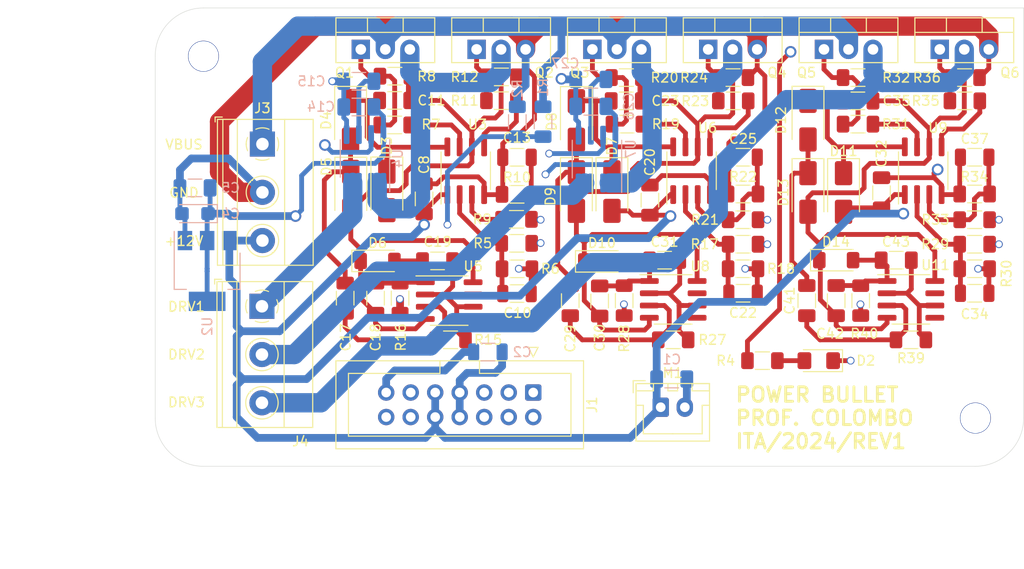
<source format=kicad_pcb>
(kicad_pcb (version 20221018) (generator pcbnew)
  (title_block (title "POWER BULLET") (date "2023-11-15") (rev "REV1") (company "INSTITUTO TECNOLOGICO DE AERONAUTICA (ITA)") (comment 1 "PROF. COLOMBO"))
  (layers (0 "F.Cu" signal) (1 "In1.Cu" signal) (2 "In2.Cu" signal) (31 "B.Cu" signal) (34 "B.Paste" user) (35 "F.Paste" user) (36 "B.SilkS" user "B.Silkscreen") (37 "F.SilkS" user "F.Silkscreen") (38 "B.Mask" user) (39 "F.Mask" user) (44 "Edge.Cuts" user))
  (net 0 "")
  (net 1 "GND")
  (net 2 "+12V")
  (net 3 "+5V")
  (net 4 "Net-(D3-K)")
  (net 5 "VBUS")
  (net 6 "Net-(D10-A)")
  (net 7 "Net-(D10-K)")
  (net 8 "Net-(D11-K)")
  (net 9 "Net-(Q1-G)")
  (net 10 "Net-(Q2-G)")
  (net 11 "Net-(Q3-G)")
  (net 12 "Net-(Q4-G)")
  (net 13 "Net-(Q5-G)")
  (net 14 "Net-(Q6-G)")
  (net 15 "Net-(U3-LO)")
  (net 16 "Net-(U3-HO)")
  (net 17 "Net-(D2-A)")
  (net 18 "Net-(D7-K)")
  (net 19 "Net-(U6-LO)")
  (net 20 "Net-(U6-HO)")
  (net 21 "Net-(U9-LO)")
  (net 22 "Net-(U9-HO)")
  (net 23 "/DRIVE1_OUT")
  (net 24 "/DRIVE2_OUT")
  (net 25 "/DRIVE3_OUT")
  (net 26 "/DRIVE1_GATE_HIGH")
  (net 27 "/DRIVE1_GATE_LOW")
  (net 28 "/DRIVE1_SENSE_IOUT")
  (net 29 "/DRIVE2_GATE_HIGH")
  (net 30 "/DRIVE2_GATE_LOW")
  (net 31 "/DRIVE2_SENSE_IOUT")
  (net 32 "/DRIVE3_GATE_HIGH")
  (net 33 "/DRIVE3_GATE_LOW")
  (net 34 "/SENSE_VBUS")
  (net 35 "Net-(U3-HIN)")
  (net 36 "Net-(D5-A)")
  (net 37 "Net-(U3-LIN)")
  (net 38 "Net-(U4-FILTER)")
  (net 39 "Net-(D4-A)")
  (net 40 "Net-(U5-Q)")
  (net 41 "Net-(D6-A)")
  (net 42 "Net-(U5-THR)")
  (net 43 "Net-(U6-HIN)")
  (net 44 "Net-(U6-LIN)")
  (net 45 "Net-(U7-FILTER)")
  (net 46 "Net-(D8-A)")
  (net 47 "Net-(U8-Q)")
  (net 48 "Net-(U8-THR)")
  (net 49 "Net-(U9-HIN)")
  (net 50 "Net-(U9-LIN)")
  (net 52 "Net-(D12-A)")
  (net 53 "Net-(U11-Q)")
  (net 54 "Net-(D14-A)")
  (net 55 "Net-(U11-THR)")
  (footprint "Resistor_SMD:R_1206_3216Metric_Pad1.30x1.75mm_HandSolder" (layer "F.Cu") (at 199.924 94.488 180)
    (fp_text reference "R29")
    (fp_text value "100R")
  )
  (footprint "Diode_SMD:D_SMA" (layer "F.Cu") (at 135.246 81.6422 -90)
    (fp_text reference "D4")
    (fp_text value "SS14")
  )
  (footprint "Capacitor_SMD:C_1206_3216Metric_Pad1.33x1.80mm_HandSolder" (layer "F.Cu") (at 191.796 96.139 180)
    (fp_text reference "C43")
    (fp_text value "1nF/50V")
  )
  (footprint "Package_TO_SOT_THT:TO-220-3_Vertical" (layer "F.Cu") (at 160.308 74.294)
    (fp_text reference "Q3")
    (fp_text value "FDP11N50")
  )
  (footprint "Resistor_SMD:R_1206_3216Metric_Pad1.30x1.75mm_HandSolder" (layer "F.Cu") (at 187.833 77.216)
    (fp_text reference "R32")
    (fp_text value "10k")
  )
  (footprint "Package_TO_SOT_THT:TO-220-3_Vertical" (layer "F.Cu") (at 184.308 74.294)
    (fp_text reference "Q5")
    (fp_text value "FDP11N50")
  )
  (footprint "Package_SO:SOIC-8_3.9x4.9mm_P1.27mm" (layer "F.Cu") (at 145.468 100.33)
    (fp_text reference "U5")
    (fp_text value "NE555D")
  )
  (footprint "Diode_SMD:D_MiniMELF" (layer "F.Cu") (at 185.573 96.139)
    (fp_text reference "D14")
    (fp_text value "ZMM15")
  )
  (footprint "Package_SO:SOIC-8_3.9x4.9mm_P1.27mm" (layer "F.Cu") (at 193.32 100.203)
    (fp_text reference "U11")
    (fp_text value "NE555D")
  )
  (footprint "Capacitor_SMD:C_1206_3216Metric_Pad1.33x1.80mm_HandSolder" (layer "F.Cu") (at 139.818 79.5848)
    (fp_text reference "C11")
    (fp_text value "1uF/50V")
  )
  (footprint "Resistor_SMD:R_1206_3216Metric" (layer "F.Cu") (at 140.3768 100.076 90)
    (fp_text reference "R16")
    (fp_text value "100k")
  )
  (footprint "Diode_SMD:D_SMA" (layer "F.Cu") (at 158.649 81.661 -90)
    (fp_text reference "D8")
    (fp_text value "SS14")
  )
  (footprint "Diode_SMD:D_SMA" (layer "F.Cu") (at 182.652 81.629 -90)
    (fp_text reference "D12")
    (fp_text value "SS14")
  )
  (footprint "Resistor_SMD:R_1206_3216Metric_Pad1.30x1.75mm_HandSolder" (layer "F.Cu") (at 174.905 79.629)
    (fp_text reference "R23")
    (fp_text value "100R")
  )
  (footprint "Capacitor_SMD:C_1206_3216Metric_Pad1.33x1.80mm_HandSolder" (layer "F.Cu") (at 161.062 100.3685 90)
    (fp_text reference "C30")
    (fp_text value "100nF/50V")
  )
  (footprint "TerminalBlock_Phoenix:TerminalBlock_Phoenix_MKDS-1,5-3_1x03_P5.00mm_Horizontal" (layer "F.Cu") (at 126.111 84.107 -90)
    (fp_text reference "J3")
    (fp_text value "Screw_Terminal_01x03")
  )
  (footprint "Capacitor_SMD:C_1206_3216Metric" (layer "F.Cu") (at 175.921 99.568)
    (fp_text reference "C22")
    (fp_text value "33nF")
  )
  (footprint "Capacitor_SMD:C_1206_3216Metric_Pad1.33x1.80mm_HandSolder" (layer "F.Cu") (at 187.8205 79.629)
    (fp_text reference "C35")
    (fp_text value "1uF/50V")
  )
  (footprint "Resistor_SMD:R_1206_3216Metric_Pad1.30x1.75mm_HandSolder" (layer "F.Cu") (at 199.924 97.028)
    (fp_text reference "R30")
    (fp_text value "3k3")
  )
  (footprint "LED_SMD:LED_1206_3216Metric_Pad1.42x1.75mm_HandSolder" (layer "F.Cu") (at 183.769 106.553 180)
    (fp_text reference "D2")
    (fp_text value "LED")
  )
  (footprint "Package_TO_SOT_THT:TO-220-3_Vertical" (layer "F.Cu") (at 148.308 74.294)
    (fp_text reference "Q2")
    (fp_text value "FDP11N50")
  )
  (footprint "Resistor_SMD:R_1206_3216Metric_Pad1.30x1.75mm_HandSolder" (layer "F.Cu") (at 152.4672 94.393 180)
    (fp_text reference "R5")
    (fp_text value "100R")
  )
  (footprint "Resistor_SMD:R_1206_3216Metric_Pad1.30x1.75mm_HandSolder" (layer "F.Cu") (at 168.682 104.394)
    (fp_text reference "R27")
    (fp_text value "100k")
  )
  (footprint "Capacitor_SMD:C_1206_3216Metric_Pad1.33x1.80mm_HandSolder" (layer "F.Cu") (at 134.6872 100.076 -90)
    (fp_text reference "C17")
    (fp_text value "10nF/50V")
  )
  (footprint "Resistor_SMD:R_1206_3216Metric_Pad1.30x1.75mm_HandSolder" (layer "F.Cu") (at 188.113 100.33 90)
    (fp_text reference "R40")
    (fp_text value "100k")
  )
  (footprint "Capacitor_SMD:C_1206_3216Metric" (layer "F.Cu") (at 199.924 99.568)
    (fp_text reference "C34")
    (fp_text value "33nF")
  )
  (footprint "Resistor_SMD:R_1206_3216Metric_Pad1.30x1.75mm_HandSolder" (layer "F.Cu") (at 199.924 91.948 180)
    (fp_text reference "R33")
    (fp_text value "100R")
  )
  (footprint "Resistor_SMD:R_1206_3216Metric_Pad1.30x1.75mm_HandSolder" (layer "F.Cu") (at 199.924 89.281 180)
    (fp_text reference "R34")
    (fp_text value "3k3")
  )
  (footprint "Resistor_SMD:R_1206_3216Metric_Pad1.30x1.75mm_HandSolder" (layer "F.Cu") (at 163.602 100.33 90)
    (fp_text reference "R28")
    (fp_text value "100k")
  )
  (footprint "Resistor_SMD:R_1206_3216Metric_Pad1.30x1.75mm_HandSolder" (layer "F.Cu") (at 175.921 89.281 180)
    (fp_text reference "R22")
    (fp_text value "3k3")
  )
  (footprint "Connector_JST:JST_XH_B2B-XH-A_1x02_P2.50mm_Vertical" (layer "F.Cu") (at 167.386 111.379)
    (fp_text reference "M1")
    (fp_text value "Fan")
  )
  (footprint "Package_TO_SOT_THT:TO-220-3_Vertical" (layer "F.Cu") (at 196.308 74.294)
    (fp_text reference "Q6")
    (fp_text value "FDP11N50")
  )
  (footprint "Diode_SMD:D_SMA" (layer "F.Cu") (at 158.649 89.027 -90)
    (fp_text reference "D9")
    (fp_text value "SS14")
  )
  (footprint "Capacitor_SMD:C_1206_3216Metric_Pad1.33x1.80mm_HandSolder" (layer "F.Cu") (at 163.8175 79.629)
    (fp_text reference "C23")
    (fp_text value "1uF/50V")
  )
  (footprint "Diode_SMD:D_SMA" (layer "F.Cu") (at 139.0052 88.9574 -90)
    (fp_text reference "D3")
    (fp_text value "1N4007")
  )
  (footprint "Capacitor_SMD:C_1206_3216Metric" (layer "F.Cu") (at 152.4926 85.4776 180)
    (fp_text reference "C13")
    (fp_text value "33nF")
  )
  (footprint "Package_TO_SOT_THT:TO-220-3_Vertical" (layer "F.Cu") (at 136.308 74.294)
    (fp_text reference "Q1")
    (fp_text value "FDP11N50")
  )
  (footprint "Capacitor_SMD:C_1206_3216Metric_Pad1.33x1.80mm_HandSolder" (layer "F.Cu") (at 142.866 89.789 90)
    (fp_text reference "C8")
    (fp_text value "1uF")
  )
  (footprint "Resistor_SMD:R_1206_3216Metric_Pad1.30x1.75mm_HandSolder" (layer "F.Cu") (at 175.921 97.028)
    (fp_text reference "R18")
    (fp_text value "3k3")
  )
  (footprint "Resistor_SMD:R_1206_3216Metric_Pad1.30x1.75mm_HandSolder" (layer "F.Cu") (at 150.876 79.6102)
    (fp_text reference "R11")
    (fp_text value "100R")
  )
  (footprint "Resistor_SMD:R_1206_3216Metric_Pad1.30x1.75mm_HandSolder" (layer "F.Cu") (at 163.83 77.216)
    (fp_text reference "R20")
    (fp_text value "10k")
  )
  (footprint "Resistor_SMD:R_1206_3216Metric_Pad1.30x1.75mm_HandSolder" (layer "F.Cu") (at 139.8434 77.0702)
    (fp_text reference "R8")
    (fp_text value "10k")
  )
  (footprint "Resistor_SMD:R_1206_3216Metric_Pad1.30x1.75mm_HandSolder" (layer "F.Cu") (at 152.4926 89.313 180)
    (fp_text reference "R10")
    (fp_text value "3k3")
  )
  (footprint "Package_SO:SOIC-8_3.9x4.9mm_P1.27mm" (layer "F.Cu") (at 168.682 100.203)
    (fp_text reference "U8")
    (fp_text value "NE555D")
  )
  (footprint "Resistor_SMD:R_1206_3216Metric_Pad1.30x1.75mm_HandSolder" (layer "F.Cu") (at 163.882 82.042)
    (fp_text reference "R19")
    (fp_text value "100R")
  )
  (footprint "Package_SO:SOIC-8_3.9x4.9mm_P1.27mm" (layer "F.Cu") (at 194.59 86.868 90)
    (fp_text reference "U9")
    (fp_text value "IR2101S")
  )
  (footprint "Resistor_SMD:R_1206_3216Metric_Pad1.30x1.75mm_HandSolder" (layer "F.Cu") (at 177.927 106.553 180)
    (fp_text reference "R4")
    (fp_text value "220R")
  )
  (footprint "TerminalBlock_Phoenix:TerminalBlock_Phoenix_MKDS-1,5-3_1x03_P5.00mm_Horizontal" (layer "F.Cu") (at 126.06 100.918 -90)
    (fp_text reference "J4")
    (fp_text value "Screw_Terminal_01x03")
  )
  (footprint "Connector_IDC:IDC-Header_2x07_P2.54mm_Vertical" (layer "F.Cu") (at 154.178 109.855 -90)
    (fp_text reference "J1")
    (fp_text value "Conn_02x07_Odd_Even")
  )
  (footprint "Capacitor_SMD:C_1206_3216Metric" (layer "F.Cu") (at 152.4926 99.6)
    (fp_text reference "C10")
    (fp_text value "33nF")
  )
  (footprint "Diode_SMD:D_SMA" (layer "F.Cu") (at 135.2714 88.9828 -90)
    (fp_text reference "D5")
    (fp_text value "SS14")
  )
  (footprint "Diode_SMD:D_MiniMELF" (layer "F.Cu") (at 138.04 96.2152)
    (fp_text reference "D6")
    (fp_text value "ZMM15")
  )
  (footprint "Package_SO:SOIC-8_3.9x4.9mm_P1.27mm" (layer "F.Cu") (at 147.184 86.8746 90)
    (fp_text reference "U3")
    (fp_text value "IR2101S")
  )
  (footprint "Capacitor_SMD:C_1206_3216Metric" (layer "F.Cu") (at 175.921 85.471 180)
    (fp_text reference "C25")
    (fp_text value "33nF")
  )
  (footprint "Capacitor_SMD:C_1206_3216Metric_Pad1.33x1.80mm_HandSolder" (layer "F.Cu") (at 166.269 89.916 90)
    (fp_text reference "C20")
    (fp_text value "1uF")
  )
  (footprint "Resistor_SMD:R_1206_3216Metric_Pad1.30x1.75mm_HandSolder" (layer "F.Cu") (at 175.921 94.488 180)
    (fp_text reference "R17")
    (fp_text value "100R")
  )
  (footprint "Capacitor_SMD:C_1206_3216Metric_Pad1.33x1.80mm_HandSolder" (layer "F.Cu") (at 144.263 96.2152 180)
    (fp_text reference "C19")
    (fp_text value "1nF/50V")
  )
  (footprint "Capacitor_SMD:C_1206_3216Metric" (layer "F.Cu") (at 199.924 85.471 180)
    (fp_text reference "C37")
    (fp_text value "33nF")
  )
  (footprint "Resistor_SMD:R_1206_3216Metric_Pad1.30x1.75mm_HandSolder" (layer "F.Cu") (at 139.818 82.1248)
    (fp_text reference "R7")
    (fp_text value "100R")
  )
  (footprint "Capacitor_SMD:C_1206_3216Metric_Pad1.33x1.80mm_HandSolder" (layer "F.Cu") (at 137.8368 100.076 90)
    (fp_text reference "C18")
    (fp_text value "100nF/50V")
  )
  (footprint "Capacitor_SMD:C_1206_3216Metric_Pad1.33x1.80mm_HandSolder" (layer "F.Cu") (at 190.272 89.154 90)
    (fp_text reference "C32")
    (fp_text value "1uF")
  )
  (footprint "Resistor_SMD:R_1206_3216Metric_Pad1.30x1.75mm_HandSolder" (layer "F.Cu") (at 150.876 77.1464)
    (fp_text reference "R12")
    (fp_text value "10k")
  )
  (footprint "Capacitor_SMD:C_1206_3216Metric_Pad1.33x1.80mm_HandSolder" (layer "F.Cu") (at 185.573 100.33 90)
    (fp_text reference "C42")
    (fp_text value "100nF/50V")
  )
  (footprint "Resistor_SMD:R_1206_3216Metric_Pad1.30x1.75mm_HandSolder" (layer "F.Cu") (at 198.882 77.216)
    (fp_text reference "R36")
    (fp_text value "10k")
  )
  (footprint "Resistor_SMD:R_1206_3216Metric_Pad1.30x1.75mm_HandSolder" (layer "F.Cu") (at 193.32 104.394)
    (fp_text reference "R39")
    (fp_text value "100k")
  )
  (footprint "Diode_SMD:D_SMA" (layer "F.Cu") (at 162.332 89.027 -90)
    (fp_text reference "D7")
    (fp_text value "1N4007")
  )
  (footprint "Package_TO_SOT_THT:TO-220-3_Vertical" (layer "F.Cu") (at 172.308 74.294)
    (fp_text reference "Q4")
    (fp_text value "FDP11N50")
  )
  (footprint "Resistor_SMD:R_1206_3216Metric_Pad1.30x1.75mm_HandSolder" (layer "F.Cu") (at 174.879 77.216)
    (fp_text reference "R24")
    (fp_text value "10k")
  )
  (footprint "Diode_SMD:D_SMA" (layer "F.Cu") (at 186.335 89.122 -90)
    (fp_text reference "D11")
    (fp_text value "1N4007")
  )
  (footprint "Resistor_SMD:R_1206_3216Metric_Pad1.30x1.75mm_HandSolder" (layer "F.Cu") (at 198.908 79.629)
    (fp_text reference "R35")
    (fp_text value "100R")
  )
  (footprint "Resistor_SMD:R_1206_3216Metric_Pad1.30x1.75mm_HandSolder" (layer "F.Cu") (at 145.6092 104.394)
    (fp_text reference "R15")
    (fp_text value "100k")
  )
  (footprint "Package_SO:SOIC-8_3.9x4.9mm_P1.27mm" (layer "F.Cu") (at 170.587 86.868 90)
    (fp_text reference "U6")
    (fp_text value "IR2101S")
  )
  (footprint "Resistor_SMD:R_1206_3216Metric_Pad1.30x1.75mm_HandSolder" (layer "F.Cu") (at 187.833 82.042)
    (fp_text reference "R31")
    (fp_text value "100R")
  )
  (footprint "Resistor_SMD:R_1206_3216Metric_Pad1.30x1.75mm_HandSolder" (layer "F.Cu") (at 152.4418 91.9038 180)
    (fp_text reference "R9")
    (fp_text value "100R")
  )
  (footprint "Resistor_SMD:R_1206_3216Metric_Pad1.30x1.75mm_HandSolder" (layer "F.Cu") (at 152.4926 97.0346)
    (fp_text reference "R6")
    (fp_text value "3k3")
  )
  (footprint "Capacitor_SMD:C_1206_3216Metric_Pad1.33x1.80mm_HandSolder" (layer "F.Cu") (at 167.793 96.139 180)
    (fp_text reference "C31")
    (fp_text value "1nF/50V")
  )
  (footprint "Resistor_SMD:R_1206_3216Metric_Pad1.30x1.75mm_HandSolder" (layer "F.Cu") (at 175.921 91.948 180)
    (fp_text reference "R21")
    (fp_text value "100R")
  )
  (footprint "Diode_SMD:D_SMA" (layer "F.Cu") (at 182.652 89.122 -90)
    (fp_text reference "D13")
    (fp_text value "SS14")
  )
  (footprint "Diode_SMD:D_MiniMELF" (layer "F.Cu") (at 161.217 96.266)
    (fp_text reference "D10")
    (fp_text value "ZMM15")
  )
  (footprint "Capacitor_SMD:C_1206_3216Metric_Pad1.33x1.80mm_HandSolder" (layer "F.Cu") (at 158.014 100.33 -90)
    (fp_text reference "C29")
    (fp_text value "10nF/50V")
  )
  (footprint "Capacitor_SMD:C_1206_3216Metric_Pad1.33x1.80mm_HandSolder" (layer "F.Cu") (at 182.525 100.33 -90)
    (fp_text reference "C41")
    (fp_text value "10nF/50V")
  )
  (footprint "Capacitor_SMD:C_1206_3216Metric_Pad1.33x1.80mm_HandSolder" (layer "B.Cu") (at 168.529 108.458)
    (fp_text reference "C1")
    (fp_text value "1uF")
  )
  (footprint "Package_TO_SOT_SMD:SOT-223-3_TabPin2" (layer "B.Cu") (at 120.382 97.257 -90)
    (fp_text reference "U2")
    (fp_text value "AMS1117-5.0")
  )
  (footprint "Resistor_SMD:R_1206_3216Metric_Pad1.30x1.75mm_HandSolder" (layer "B.Cu") (at 152.527 81.788 90)
    (fp_text reference "R2")
    (fp_text value "1k5")
  )
  (footprint "Resistor_SMD:R_1206_3216Metric_Pad1.30x1.75mm_HandSolder" (layer "B.Cu") (at 155.194 81.788 -90)
    (fp_text reference "R1")
    (fp_text value "120k")
  )
  (footprint "Capacitor_SMD:C_1206_3216Metric_Pad1.33x1.80mm_HandSolder" (layer "B.Cu") (at 136.1055 80.264 180)
    (fp_text reference "C14")
    (fp_text value "1uF")
  )
  (footprint "Package_SO:SOIC-8_3.9x4.9mm_P1.27mm" (layer "B.Cu") (at 136.7405 85.598 90)
    (fp_text reference "U4")
    (fp_text value "ACS712xLCTR-05B")
  )
  (footprint "Package_SO:SOIC-8_3.9x4.9mm_P1.27mm" (layer "B.Cu") (at 160.782 85.66 90)
    (fp_text reference "U7")
    (fp_text value "ACS712xLCTR-05B")
  )
  (footprint "Capacitor_SMD:C_1206_3216Metric_Pad1.33x1.80mm_HandSolder" (layer "B.Cu") (at 119.126 88.646 180)
    (fp_text reference "C5")
    (fp_text value "1uF")
  )
  (footprint "Capacitor_SMD:C_1206_3216Metric_Pad1.33x1.80mm_HandSolder" (layer "B.Cu") (at 136.1055 77.597 180)
    (fp_text reference "C15")
    (fp_text value "1nF")
  )
  (footprint "Capacitor_SMD:C_1206_3216Metric" (layer "B.Cu") (at 149.479 105.664)
    (fp_text reference "C2")
    (fp_text value "2n2")
  )
  (footprint "Capacitor_Tantalum_SMD:CP_EIA-3216-18_Kemet-A" (layer "B.Cu") (at 119.126 91.313 180)
    (fp_text reference "C4")
    (fp_text value "10uF")
  )
  (footprint "Capacitor_SMD:C_1206_3216Metric_Pad1.33x1.80mm_HandSolder" (layer "B.Cu") (at 160.147 77.405 180)
    (fp_text reference "C27")
    (fp_text value "1nF")
  )
  (footprint "Capacitor_SMD:C_1206_3216Metric_Pad1.33x1.80mm_HandSolder" (layer "B.Cu") (at 160.147 80.199 180)
    (fp_text reference "C26")
    (fp_text value "1uF")
  )
  (gr_line (start 205 70) (end 205 112.5) (stroke (width 0.05)) (layer "Edge.Cuts"))
  (gr_line (start 200 117.5) (end 120 117.5) (stroke (width 0.05)) (layer "Edge.Cuts"))
  (gr_line (start 120 70) (end 205 70) (stroke (width 0.05)) (layer "Edge.Cuts"))
  (gr_arc (start 115 75) (mid 116.464466 71.464466) (end 120 70) (stroke (width 0.05)) (layer "Edge.Cuts"))
  (gr_line (start 115 112.5) (end 115 75) (stroke (width 0.05)) (layer "Edge.Cuts"))
  (gr_arc (start 205 112.5) (mid 203.535534 116.035534) (end 200 117.5) (stroke (width 0.05)) (layer "Edge.Cuts"))
  (gr_arc (start 120 117.5) (mid 116.464466 116.035534) (end 115 112.5) (stroke (width 0.05)) (layer "Edge.Cuts"))
  (gr_text "GND" (at 117.983 89.154) (layer "F.SilkS") (effects (font (size 1 1))))
  (gr_text "DRV1" (at 118.237 100.965) (layer "F.SilkS") (effects (font (size 1 1))))
  (gr_text "VBUS" (at 117.983 84.154) (layer "F.SilkS") (effects (font (size 1 1))))
  (gr_text "+12V" (at 117.983 94.154) (layer "F.SilkS") (effects (font (size 1 1))))
  (gr_text "DRV3" (at 118.237 110.871) (layer "F.SilkS") (effects (font (size 1 1))))
  (gr_text "DRV2" (at 118.237 105.918) (layer "F.SilkS") (effects (font (size 1 1))))
  (gr_text "POWER BULLET\nPROF. COLOMBO\nITA/2024/REV1" (at 175 112.5) (layer "F.SilkS") (effects (font (size 1.5 1.5) (thickness 0.3) bold) (justify left)))
  (via (at 120 75) (size 3.2) (drill 3.1) (layers "F.Cu" "B.Cu") (net 0))
  (via (at 200 112.5) (size 3.2) (drill 3.1) (layers "F.Cu" "B.Cu") (net 0))
  (segment (start 131.572 71.882) (end 151.97233 71.882) (width 2) (layer "F.Cu") (net 1))
  (segment (start 196.495 89.343) (end 198.312 89.343) (width 0.5) (layer "F.Cu") (net 1))
  (segment (start 185.2565 106.553) (end 187.071 106.553) (width 0.5) (layer "F.Cu") (net 1))
  (segment (start 149.089 88.129) (end 149.089 89.3496) (width 0.5) (layer "F.Cu") (net 1))
  (segment (start 201.388 72.864) (end 200.406 71.882) (width 2) (layer "F.Cu") (net 1))
  (segment (start 151.0176 85.4776) (end 150.9922 85.4522) (width 0.5) (layer "F.Cu") (net 1))
  (segment (start 174.446 83.999) (end 174.879 83.566) (width 0.5) (layer "F.Cu") (net 1))
  (segment (start 140.3768 100.1868) (end 140.361 100.171) (width 0.8) (layer "F.Cu") (net 1))
  (segment (start 177.388 76.257) (end 176.429 77.216) (width 0.5) (layer "F.Cu") (net 1))
  (segment (start 154.305 77.1014) (end 153.388 76.1844) (width 0.5) (layer "F.Cu") (net 1))
  (segment (start 144.907 87.503) (end 148.463 87.503) (width 0.5) (layer "F.Cu") (net 1))
  (segment (start 163.602 101.88) (end 163.602 100.737) (width 0.5) (layer "F.Cu") (net 1))
  (segment (start 154.80367 71.882) (end 153.388 73.29767) (width 2) (layer "F.Cu") (net 1))
  (segment (start 151.0176 89.238) (end 150.9426 89.313) (width 0.5) (layer "F.Cu") (net 1))
  (segment (start 123.778 89.107) (end 121.666 86.995) (width 2) (layer "F.Cu") (net 1))
  (segment (start 171.958 87.376) (end 172.492 87.91) (width 0.5) (layer "F.Cu") (net 1))
  (segment (start 195.7185 87.5915) (end 196.495 88.368) (width 0.5) (layer "F.Cu") (net 1))
  (segment (start 201.388 74.294) (end 201.388 72.864) (width 2) (layer "F.Cu") (net 1))
  (segment (start 200.406 71.882) (end 178.119 71.882) (width 2) (layer "F.Cu") (net 1))
  (segment (start 153.388 73.29767) (end 153.388 74.294) (width 2) (layer "F.Cu") (net 1))
  (segment (start 174.446 89.206) (end 174.371 89.281) (width 0.5) (layer "F.Cu") (net 1))
  (segment (start 149.089 89.3496) (end 150.906 89.3496) (width 0.5) (layer "F.Cu") (net 1))
  (segment (start 148.463 87.503) (end 149.089 88.129) (width 0.5) (layer "F.Cu") (net 1))
  (segment (start 166.5355 88.3535) (end 167.513 87.376) (width 0.5) (layer "F.Cu") (net 1))
  (segment (start 177.471 97.028) (end 176.149 97.028) (width 0.5) (layer "F.Cu") (net 1))
  (segment (start 177.388 74.294) (end 177.388 72.613) (width 2) (layer "F.Cu") (net 1))
  (segment (start 188.113 100.737) (end 188.087 100.711) (width 0.5) (layer "F.Cu") (net 1))
  (segment (start 163.602 100.737) (end 163.576 100.711) (width 0.5) (layer "F.Cu") (net 1))
  (segment (start 188.113 101.88) (end 188.113 100.737) (width 0.5) (layer "F.Cu") (net 1))
  (segment (start 153.9676 99.6) (end 153.9676 97.1096) (width 0.5) (layer "F.Cu") (net 1))
  (segment (start 177.396 99.568) (end 177.396 97.103) (width 0.5) (layer "F.Cu") (net 1))
  (segment (start 166.269 88.3535) (end 166.5355 88.3535) (width 0.5) (layer "F.Cu") (net 1))
  (segment (start 172.492 89.343) (end 174.309 89.343) (width 0.5) (layer "F.Cu") (net 1))
  (segment (start 121.666 81.788) (end 131.572 71.882) (width 2) (layer "F.Cu") (net 1))
  (segment (start 153.388 74.294) (end 153.388 76.1844) (width 0.5) (layer "F.Cu") (net 1))
  (segment (start 175.514 83.566) (end 178.181 80.899) (width 0.5) (layer "F.Cu") (net 1))
  (segment (start 140.3768 101.5385) (end 140.3768 100.1868) (width 0.8) (layer "F.Cu") (net 1))
  (segment (start 151.384 83.693) (end 152.146 83.693) (width 0.5) (layer "F.Cu") (net 1))
  (segment (start 126.111 89.107) (end 123.778 89.107) (width 2) (layer "F.Cu") (net 1))
  (segment (start 142.866 88.2265) (end 144.1835 88.2265) (width 0.5) (layer "F.Cu") (net 1))
  (segment (start 201.399 99.568) (end 201.399 97.103) (width 0.5) (layer "F.Cu") (net 1))
  (segment (start 195.7185 87.1105) (end 196.088 86.741) (width 0.5) (layer "F.Cu") (net 1))
  (segment (start 174.446 85.471) (end 174.446 89.206) (width 0.5) (layer "F.Cu") (net 1))
  (segment (start 190.272 87.5915) (end 195.7185 87.5915) (width 0.5) (layer "F.Cu") (net 1))
  (segment (start 152.146 83.693) (end 154.305 81.534) (width 0.5) (layer "F.Cu") (net 1))
  (segment (start 198.312 89.343) (end 198.374 89.281) (width 0.5) (layer "F.Cu") (net 1))
  (segment (start 172.492 87.91) (end 172.492 89.343) (width 0.5) (layer "F.Cu") (net 1))
  (segment (start 151.0176 85.4776) (end 151.0176 89.238) (width 0.5) (layer "F.Cu") (net 1))
  (segment (start 144.1835 88.2265) (end 144.907 87.503) (width 0.5) (layer "F.Cu") (net 1))
  (segment (start 150.906 89.3496) (end 150.9426 89.313) (width 0.5) (layer "F.Cu") (net 1))
  (segment (start 178.119 71.882) (end 177.388 72.613) (width 2) (layer "F.Cu") (net 1))
  (segment (start 174.309 89.343) (end 174.371 89.281) (width 0.5) (layer "F.Cu") (net 1))
  (segment (start 154.0426 97.0346) (end 152.6866 97.0346) (width 0.5) (layer "F.Cu") (net 1))
  (segment (start 178.181 80.899) (end 178.181 77.05) (width 0.5) (layer "F.Cu") (net 1))
  (segment (start 153.388 76.1844) (end 152.426 77.1464) (width 0.5) (layer "F.Cu") (net 1))
  (segment (start 201.474 97.028) (end 200.279 97.028) (width 0.5) (layer "F.Cu") (net 1))
  (segment (start 196.495 88.368) (end 196.495 89.343) (width 0.5) (layer "F.Cu") (net 1))
  (segment (start 151.97233 71.882) (end 153.388 73.29767) (width 2) (layer "F.Cu") (net 1))
  (segment (start 174.446 85.471) (end 174.446 83.999) (width 0.5) (layer "F.Cu") (net 1))
  (segment (start 176.657 71.882) (end 154.80367 71.882) (width 2) (layer "F.Cu") (net 1))
  (segment (start 198.374 89.281) (end 198.374 85.546) (width 0.5) (layer "F.Cu") (net 1))
  (segment (start 201.399 97.103) (end 201.474 97.028) (width 0.5) (layer "F.Cu") (net 1))
  (segment (start 201.388 74.294) (end 201.388 76.26) (width 0.5) (layer "F.Cu") (net 1))
  (segment (start 151.0176 85.4776) (end 151.0176 84.0594) (width 0.5) (layer "F.Cu") (net 1))
  (segment (start 121.666 86.995) (end 121.666 81.788) (width 2) (layer "F.Cu") (net 1))
  (segment (start 177.388 74.294) (end 177.388 76.257) (width 0.5) (layer "F.Cu") (net 1))
  (segment (start 201.388 76.26) (end 200.432 77.216) (width 0.5) (layer "F.Cu") (net 1))
  (segment (start 153.9676 97.1096) (end 154.0426 97.0346) (width 0.5) (layer "F.Cu") (net 1))
  (segment (start 174.879 83.566) (end 175.514 83.566) (width 0.5) (layer "F.Cu") (net 1))
  (segment (start 177.388 72.613) (end 176.657 71.882) (width 2) (layer "F.Cu") (net 1))
  (segment (start 167.513 87.376) (end 171.958 87.376) (width 0.5) (layer "F.Cu") (net 1))
  (segment (start 195.7185 87.5915) (end 195.7185 87.1105) (width 0.5) (layer "F.Cu") (net 1))
  (segment (start 151.0176 84.0594) (end 151.384 83.693) (width 0.5) (layer "F.Cu") (net 1))
  (segment (start 178.181 77.05) (end 177.388 76.257) (width 0.5) (layer "F.Cu") (net 1))
  (segment (start 152.6866 97.0346) (end 152.68 97.028) (width 0.5) (layer "F.Cu") (net 1))
  (segment (start 198.374 85.546) (end 198.449 85.471) (width 0.5) (layer "F.Cu") (net 1))
  (segment (start 154.305 81.534) (end 154.305 77.1014) (width 0.5) (layer "F.Cu") (net 1))
  (segment (start 177.396 97.103) (end 177.471 97.028) (width 0.5) (layer "F.Cu") (net 1))
  (via (at 157.099 77.343) (size 1.2) (drill 0.8) (layers "F.Cu" "B.Cu") (net 1))
  (via (at 140.361 100.171) (size 0.8) (drill 0.6) (layers "F.Cu" "B.Cu") (net 1))
  (via (at 187.071 106.553) (size 0.8) (drill 0.6) (layers "F.Cu" "B.Cu") (net 1))
  (via (at 133.35 77.597) (size 0.8) (drill 0.6) (layers "F.Cu" "B.Cu") (net 1))
  (via (at 196.088 86.741) (size 1.2) (drill 0.8) (layers "F.Cu" "B.Cu") (net 1))
  (via (at 163.576 100.711) (size 0.8) (drill 0.6) (layers "F.Cu" "B.Cu") (net 1))
  (via (at 152.68 97.028) (size 0.8) (drill 0.6) (layers "F.Cu" "B.Cu") (net 1))
  (via (at 176.149 97.028) (size 0.8) (drill 0.6) (layers "F.Cu" "B.Cu") (net 1))
  (via (at 200.279 97.028) (size 0.8) (drill 0.6) (layers "F.Cu" "B.Cu") (net 1))
  (via (at 188.087 100.711) (size 0.8) (drill 0.6) (layers "F.Cu" "B.Cu") (net 1))
  (segment (start 134.543 80.264) (end 134.543 81.3685) (width 0.5) (layer "B.Cu") (net 1))
  (segment (start 153.388 78.006) (end 153.388 74.294) (width 0.8) (layer "B.Cu") (net 1))
  (segment (start 150.241 107.823) (end 150.954 107.11) (width 0.8) (layer "B.Cu") (net 1))
  (segment (start 117.5635 86.7795) (end 118.745 85.598) (width 0.8) (layer "B.Cu") (net 1))
  (segment (start 152.527 80.238) (end 152.527 78.867) (width 0.8) (layer "B.Cu") (net 1))
  (segment (start 170.0915 111.1735) (end 169.886 111.379) (width 0.8) (layer "B.Cu") (net 1))
  (segment (start 152.527 78.867) (end 153.388 78.006) (width 0.8) (layer "B.Cu") (net 1))
  (segment (start 134.543 77.597) (end 133.35 77.597) (width 0.8) (layer "B.Cu") (net 1))
  (segment (start 157.161 77.405) (end 157.099 77.343) (width 0.8) (layer "B.Cu") (net 1))
  (segment (start 146.558 108.585) (end 147.32 107.823) (width 0.8) (layer "B.Cu") (net 1))
  (segment (start 158.877 83.185) (end 158.877 81.85) (width 0.5) (layer "B.Cu") (net 1))
  (segment (start 150.954 107.11) (end 150.954 105.664) (width 0.8) (layer "B.Cu") (net 1))
  (segment (start 117.5635 88.646) (end 117.5635 91.1005) (width 0.5) (layer "B.Cu") (net 1))
  (segment (start 170.0915 108.458) (end 170.0915 111.1735) (width 0.8) (layer "B.Cu") (net 1))
  (segment (start 118.745 85.598) (end 122.602 85.598) (width 0.8) (layer "B.Cu") (net 1))
  (segment (start 134.543 77.597) (end 134.543 80.264) (width 0.5) (layer "B.Cu") (net 1))
  (segment (start 117.5635 91.1005) (end 117.776 91.313) (width 0.5) (layer "B.Cu") (net 1))
  (segment (start 158.877 81.85) (end 158.5845 81.5575) (width 0.5) (layer "B.Cu") (net 1))
  (segment (start 147.32 107.823) (end 150.241 107.823) (width 0.8) (layer "B.Cu") (net 1))
  (segment (start 134.8355 81.661) (end 134.8355 83.123) (width 0.5) (layer "B.Cu") (net 1))
  (segment (start 134.543 81.3685) (end 134.8355 81.661) (width 0.5) (layer "B.Cu") (net 1))
  (segment (start 158.5845 81.5575) (end 158.5845 80.199) (width 0.5) (layer "B.Cu") (net 1))
  (segment (start 118.082 94.107) (end 118.082 91.619) (width 0.5) (layer "B.Cu") (net 1))
  (segment (start 118.082 91.619) (end 117.776 91.313) (width 0.5) (layer "B.Cu") (net 1))
  (segment (start 117.5635 88.646) (end 117.5635 86.7795) (width 0.8) (layer "B.Cu") (net 1))
  (segment (start 146.558 109.855) (end 146.558 108.585) (width 0.8) (layer "B.Cu") (net 1))
  (segment (start 122.602 85.598) (end 126.111 89.107) (width 0.8) (layer "B.Cu") (net 1))
  (segment (start 146.558 109.855) (end 146.558 112.395) (width 0.8) (layer "B.Cu") (net 1))
  (segment (start 158.5845 77.405) (end 158.5845 80.199) (width 0.5) (layer "B.Cu") (net 1))
  (segment (start 158.5845 77.405) (end 157.161 77.405) (width 0.8) (layer "B.Cu") (net 1))
  (segment (start 168.682 89.343) (end 168.4045 89.343) (width 0.5) (layer "F.Cu") (net 2))
  (segment (start 192.685 89.343) (end 191.6455 89.343) (width 0.5) (layer "F.Cu") (net 2))
  (segment (start 190.8685 91.313) (end 192.532 91.313) (width 0.5) (layer "F.Cu") (net 2))
  (segment (start 145.279 89.3496) (end 144.5844 89.3496) (width 0.5) (layer "F.Cu") (net 2))
  (segment (start 142.866 92.447) (end 142.866 91.3515) (width 0.5) (layer "F.Cu") (net 2))
  (segment (start 190.272 90.7165) (end 186.7405 90.7165) (width 0.5) (layer "F.Cu") (net 2))
  (segment (start 191.6455 89.343) (end 190.272 90.7165) (width 0.5) (layer "F.Cu") (net 2))
  (segment (start 142.866 91.068) (end 142.866 91.3515) (width 0.5) (layer "F.Cu") (net 2))
  (segment (start 168.402 91.567) (end 168.3135 91.4785) (width 0.5) (layer "F.Cu") (net 2))
  (segment (start 139.0052 90.9574) (end 139.3993 91.3515) (width 0.5) (layer "F.Cu") (net 2))
  (segment (start 164.052 91.027) (end 164.5035 91.4785) (width 0.5) (layer "F.Cu") (net 2))
  (segment (start 142.875 92.456) (end 142.866 92.447) (width 0.5) (layer "F.Cu") (net 2))
  (segment (start 168.3135 91.4785) (end 166.269 91.4785) (width 0.5) (layer "F.Cu") (net 2))
  (segment (start 162.332 91.027) (end 164.052 91.027) (width 0.5) (layer "F.Cu") (net 2))
  (segment (start 186.7405 90.7165) (end 186.335 91.122) (width 0.5) (layer "F.Cu") (net 2))
  (segment (start 190.272 90.7165) (end 190.8685 91.313) (width 0.5) (layer "F.Cu") (net 2))
  (segment (start 144.5844 89.3496) (end 142.866 91.068) (width 0.5) (layer "F.Cu") (net 2))
  (segment (start 164.5035 91.4785) (end 166.269 91.4785) (width 0.5) (layer "F.Cu") (net 2))
  (segment (start 139.3993 91.3515) (end 142.866 91.3515) (width 0.5) (layer "F.Cu") (net 2))
  (segment (start 168.4045 89.343) (end 166.269 91.4785) (width 0.5) (layer "F.Cu") (net 2))
  (via (at 142.875 92.456) (size 1.2) (drill 0.8) (layers "F.Cu" "B.Cu") (net 2))
  (via (at 168.402 91.567) (size 1.2) (drill 0.8) (layers "F.Cu" "B.Cu") (net 2))
  (via (at 192.532 91.313) (size 1.2) (drill 0.8) (layers "F.Cu" "B.Cu") (net 2))
  (segment (start 178.181 100.457) (end 187.325 91.313) (width 0.8) (layer "B.Cu") (net 2))
  (segment (start 187.325 91.313) (end 192.532 91.313) (width 0.8) (layer "B.Cu") (net 2))
  (segment (start 123.444 104.013) (end 123.444 107.823) (width 0.8) (layer "B.Cu") (net 2))
  (segment (start 123.444 102.997) (end 123.444 98.806) (width 0.8) (layer "B.Cu") (net 2))
  (segment (start 123.444 112.395) (end 125.603 114.554) (width 0.8) (layer "B.Cu") (net 2))
  (segment (start 145.034 114.554) (end 164.211 114.554) (width 0.8) (layer "B.Cu") (net 2))
  (segment (start 166.9665 108.458) (end 166.9665 104.9405) (width 0.8) (layer "B.Cu") (net 2))
  (segment (start 144.018 113.538) (end 144.018 112.395) (width 0.8) (layer "B.Cu") (net 2))
  (segment (start 123.952 103.505) (end 123.444 102.997) (width 0.8) (layer "B.Cu") (net 2))
  (segment (start 137.033 102.108) (end 142.494 102.108) (width 0.8) (layer "B.Cu") (net 2))
  (segment (start 127.889 103.505) (end 123.952 103.505) (width 0.8) (layer "B.Cu") (net 2))
  (segment (start 124.079 108.458) (end 123.444 109.093) (width 0.8) (layer "B.Cu") (net 2))
  (segment (start 158.75 93.853) (end 166.116 93.853) (width 0.8) (layer "B.Cu") (net 2))
  (segment (start 166.9665 110.9595) (end 167.386 111.379) (width 0.8) (layer "B.Cu") (net 2))
  (segment (start 171.45 100.457) (end 178.181 100.457) (width 0.8) (layer "B.Cu") (net 2))
  (segment (start 144.018 113.538) (end 145.034 114.554) (width 0.8) (layer "B.Cu") (net 2))
  (segment (start 144.018 112.395) (end 144.018 109.855) (width 0.8) (layer "B.Cu") (net 2))
  (segment (start 130.683 108.458) (end 137.033 102.108) (width 0.8) (layer "B.Cu") (net 2))
  (segment (start 123.444 98.806) (end 122.682 98.044) (width 0.8) (layer "B.Cu") (net 2))
  (segment (start 166.9665 108.458) (end 166.9665 110.9595) (width 0.8) (layer "B.Cu") (net 2))
  (segment (start 125.603 114.554) (end 143.002 114.554) (width 0.8) (layer "B.Cu") (net 2))
  (segment (start 122.682 94.107) (end 126.111 94.107) (width 0.8) (layer "B.Cu") (net 2))
  (segment (start 164.211 114.554) (end 167.386 111.379) (width 0.8) (layer "B.Cu") (net 2))
  (segment (start 152.781 99.822) (end 158.75 93.853) (width 0.8) (layer "B.Cu") (net 2))
  (segment (start 142.494 102.108) (end 144.78 99.822) (width 0.8) (layer "B.Cu") (net 2))
  (segment (start 166.116 93.853) (end 168.402 91.567) (width 0.8) (layer "B.Cu") (net 2))
  (segment (start 143.002 114.554) (end 144.018 113.538) (width 0.8) (layer "B.Cu") (net 2))
  (segment (start 137.668 93.726) (end 127.889 103.505) (width 0.8) (layer "B.Cu") (net 2))
  (segment (start 142.875 92.456) (end 141.605 93.726) (width 0.8) (layer "B.Cu") (net 2))
  (segment (start 141.605 93.726) (end 137.668 93.726) (width 0.8) (layer "B.Cu") (net 2))
  (segment (start 123.952 103.505) (end 123.444 104.013) (width 0.8) (layer "B.Cu") (net 2))
  (segment (start 123.444 107.823) (end 124.079 108.458) (width 0.8) (layer "B.Cu") (net 2))
  (segment (start 122.682 98.044) (end 122.682 94.107) (width 0.8) (layer "B.Cu") (net 2))
  (segment (start 124.079 108.458) (end 130.683 108.458) (width 0.8) (layer "B.Cu") (net 2))
  (segment (start 123.444 109.093) (end 123.444 112.395) (width 0.8) (layer "B.Cu") (net 2))
  (segment (start 166.9665 104.9405) (end 171.45 100.457) (width 0.8) (layer "B.Cu") (net 2))
  (segment (start 144.78 99.822) (end 152.781 99.822) (width 0.8) (layer "B.Cu") (net 2))
  (segment (start 176.377 106.553) (end 176.377 104.547) (width 0.5) (layer "F.Cu") (net 3))
  (segment (start 179.705 101.219) (end 179.705 98.425) (width 0.5) (layer "F.Cu") (net 3))
  (segment (start 179.705 75.692) (end 180.848 74.549) (width 0.5) (layer "F.Cu") (net 3))
  (segment (start 179.705 98.425) (end 179.705 75.692) (width 0.5) (layer "F.Cu") (net 3))
  (segment (start 176.377 104.547) (end 179.705 101.219) (width 0.5) (layer "F.Cu") (net 3))
  (via (at 180.848 74.549) (size 1.2) (drill 0.8) (layers "F.Cu" "B.Cu") (net 3))
  (via (at 155.448 87.249) (size 0.8) (drill 0.6) (layers "F.Cu" "B.Cu") (net 3))
  (via (at 129.54 91.567) (size 1.2) (drill 0.8) (layers "F.Cu" "B.Cu") (net 3))
  (segment (start 120.382 94.107) (end 120.382 91.407) (width 0.5) (layer "B.Cu") (net 3))
  (segment (start 138.6455 81.2415) (end 137.668 80.264) (width 0.5) (layer "B.Cu") (net 3))
  (segment (start 131.445 86.106) (end 130.175 87.376) (width 0.5) (layer "B.Cu") (net 3))
  (segment (start 130.175 90.932) (end 129.54 91.567) (width 0.5) (layer "B.Cu") (net 3))
  (segment (start 162.687 85.598) (end 162.052 86.233) (width 0.5) (layer "B.Cu") (net 3))
  (segment (start 137.795 86.106) (end 131.445 86.106) (width 0.5) (layer "B.Cu") (net 3))
  (segment (start 120.6885 88.646) (end 120.6885 91.1005) (width 0.5) (layer "B.Cu") (net 3))
  (segment (start 120.6885 91.1005) (end 120.476 91.313) (width 0.5) (layer "B.Cu") (net 3))
  (segment (start 162.687 81.1765) (end 161.7095 80.199) (width 0.5) (layer "B.Cu") (net 3))
  (segment (start 129.54 91.567) (end 122.809 91.567) (width 0.8) (layer "B.Cu") (net 3))
  (segment (start 162.687 83.185) (end 162.687 85.598) (width 0.5) (layer "B.Cu") (net 3))
  (segment (start 120.396 97.028) (end 120.382 97.014) (width 0.5) (layer "B.Cu") (net 3))
  (segment (start 120.382 100.407) (end 120.382 97.296) (width 0.5) (layer "B.Cu") (net 3))
  (segment (start 120.382 97.014) (end 120.382 94.107) (width 0.5) (layer "B.Cu") (net 3))
  (segment (start 162.687 83.185) (end 162.687 81.1765) (width 0.5) (layer "B.Cu") (net 3))
  (segment (start 138.6455 83.123) (end 138.6455 81.2415) (width 0.5) (layer "B.Cu") (net 3))
  (segment (start 120.382 97.042) (end 120.396 97.028) (width 0.5) (layer "B.Cu") (net 3))
  (segment (start 122.809 91.567) (end 122.555 91.313) (width 0.8) (layer "B.Cu") (net 3))
  (segment (start 120.382 97.268) (end 120.382 97.042) (width 0.5) (layer "B.Cu") (net 3))
  (segment (start 120.382 91.407) (end 120.476 91.313) (width 0.5) (layer "B.Cu") (net 3))
  (segment (start 130.175 87.376) (end 130.175 90.932) (width 0.5) (layer "B.Cu") (net 3))
  (segment (start 156.464 86.233) (end 155.448 87.249) (width 0.5) (layer "B.Cu") (net 3))
  (segment (start 138.6455 83.123) (end 138.6455 85.2555) (width 0.5) (layer "B.Cu") (net 3))
  (segment (start 162.052 86.233) (end 156.464 86.233) (width 0.5) (layer "B.Cu") (net 3))
  (segment (start 120.382 97.296) (end 120.396 97.282) (width 0.5) (layer "B.Cu") (net 3))
  (segment (start 138.6455 85.2555) (end 137.795 86.106) (width 0.5) (layer "B.Cu") (net 3))
  (segment (start 120.396 97.282) (end 120.382 97.268) (width 0.5) (layer "B.Cu") (net 3))
  (segment (start 122.555 91.313) (end 120.476 91.313) (width 0.8) (layer "B.Cu") (net 3))
  (segment (start 139.0052 86.9574) (end 139.0052 84.4362) (width 0.5) (layer "F.Cu") (net 4))
  (segment (start 135.3034 79.5848) (end 135.246 79.6422) (width 0.5) (layer "F.Cu") (net 4))
  (segment (start 139.0052 84.4362) (end 145.2424 84.4362) (width 0.5) (layer "F.Cu") (net 4))
  (segment (start 136.9732 83.3694) (end 138.04 84.4362) (width 0.5) (layer "F.Cu") (net 4))
  (segment (start 138.04 84.4362) (end 139.0052 84.4362) (width 0.5) (layer "F.Cu") (net 4))
  (segment (start 136.9732 79.5848) (end 136.9732 83.3694) (width 0.5) (layer "F.Cu") (net 4))
  (segment (start 138.2555 79.5848) (end 136.9732 79.5848) (width 0.5) (layer "F.Cu") (net 4))
  (segment (start 136.9732 79.5848) (end 135.3034 79.5848) (width 0.5) (layer "F.Cu") (net 4))
  (segment (start 126.111 75.565) (end 129.794 71.882) (width 2) (layer "B.Cu") (net 5))
  (segment (start 129.794 71.882) (end 137.621924 71.882) (width 2) (layer "B.Cu") (net 5))
  (segment (start 137.621924 71.882) (end 138.848 73.108076) (width 2) (layer "B.Cu") (net 5))
  (segment (start 186.848 74.294) (end 186.848 72.929) (width 2) (layer "B.Cu") (net 5))
  (segment (start 126.111 84.107) (end 126.111 75.565) (width 2) (layer "B.Cu") (net 5))
  (segment (start 162.848 72.932) (end 161.798 71.882) (width 2) (layer "B.Cu") (net 5))
  (segment (start 162.848 74.294) (end 162.848 72.932) (width 2) (layer "B.Cu") (net 5))
  (segment (start 140.074076 71.882) (end 138.848 73.108076) (width 2) (layer "B.Cu") (net 5))
  (segment (start 161.798 71.882) (end 157.099 71.882) (width 2) (layer "B.Cu") (net 5))
  (segment (start 185.801 71.882) (end 163.898 71.882) (width 2) (layer "B.Cu") (net 5))
  (segment (start 157.099 71.882) (end 140.074076 71.882) (width 2) (layer "B.Cu") (net 5))
  (segment (start 186.848 72.929) (end 185.801 71.882) (width 2) (layer "B.Cu") (net 5))
  (segment (start 157.099 74.549) (end 157.099 71.882) (width 0.8) (layer "B.Cu") (net 5))
  (segment (start 155.194 76.454) (end 157.099 74.549) (width 0.8) (layer "B.Cu") (net 5))
  (segment (start 138.848 73.108076) (end 138.848 74.294) (width 2) (layer "B.Cu") (net 5))
  (segment (start 155.194 80.238) (end 155.194 76.454) (width 0.8) (layer "B.Cu") (net 5))
  (segment (start 163.898 71.882) (end 162.848 72.932) (width 2) (layer "B.Cu") (net 5))
  (segment (start 163.576 98.806) (end 163.602 98.78) (width 0.5) (layer "F.Cu") (net 6))
  (segment (start 166.207 98.298) (end 164.084 98.298) (width 0.5) (layer "F.Cu") (net 6))
  (segment (start 162.967 96.266) (end 166.1035 96.266) (width 0.5) (layer "F.Cu") (net 6))
  (segment (start 166.2305 96.139) (end 166.2305 98.2745) (width 0.5) (layer "F.Cu") (net 6))
  (segment (start 166.1035 96.266) (end 166.2305 96.139) (width 0.5) (layer "F.Cu") (net 6))
  (segment (start 164.084 98.298) (end 163.602 98.78) (width 0.5) (layer "F.Cu") (net 6))
  (segment (start 166.2305 98.2745) (end 166.207 98.298) (width 0.5) (layer "F.Cu") (net 6))
  (segment (start 161.062 98.806) (end 163.576 98.806) (width 0.5) (layer "F.Cu") (net 6))
  (segment (start 161.062 102.896) (end 161.544 103.378) (width 0.5) (layer "F.Cu") (net 7))
  (segment (start 166.207 102.906) (end 166.207 102.108) (width 0.5) (layer "F.Cu") (net 7))
  (segment (start 171.222 82.068) (end 168.783 79.629) (width 0.5) (layer "F.Cu") (net 7))
  (segment (start 174.848 80.93) (end 174.498 81.28) (width 0.5) (layer "F.Cu") (net 7))
  (segment (start 171.222 84.393) (end 171.222 85.699) (width 0.5) (layer "F.Cu") (net 7))
  (segment (start 163.957 89.027) (end 159.131 89.027) (width 0.5) (layer "F.Cu") (net 7))
  (segment (start 159.467 94.316) (end 158.649 93.498) (width 0.5) (layer "F.Cu") (net 7))
  (segment (start 174.848 74.294) (end 174.848 80.93) (width 0.5) (layer "F.Cu") (net 7))
  (segment (start 172.01 81.28) (end 171.222 82.068) (width 0.5) (layer "F.Cu") (net 7))
  (segment (start 170.815 86.106) (end 165.1 86.106) (width 0.5) (layer "F.Cu") (net 7))
  (segment (start 168.783 79.629) (end 165.38 79.629) (width 0.5) (layer "F.Cu") (net 7))
  (segment (start 171.222 85.699) (end 170.815 86.106) (width 0.5) (layer "F.Cu") (net 7))
  (segment (start 164.465 88.519) (end 163.957 89.027) (width 0.5) (layer "F.Cu") (net 7))
  (segment (start 165.735 103.378) (end 166.207 102.906) (width 0.5) (layer "F.Cu") (net 7))
  (segment (start 171.157 94.322) (end 170.307 93.472) (width 0.5) (layer "F.Cu") (net 7))
  (segment (start 170.307 93.472) (end 160.311 93.472) (width 0.5) (layer "F.Cu") (net 7))
  (segment (start 159.467 96.266) (end 159.467 94.316) (width 0.5) (layer "F.Cu") (net 7))
  (segment (start 164.465 86.741) (end 164.465 88.519) (width 0.5) (layer "F.Cu") (net 7))
  (segment (start 161.062 101.931) (end 161.062 102.896) (width 0.5) (layer "F.Cu") (net 7))
  (segment (start 161.544 103.378) (end 165.735 103.378) (width 0.5) (layer "F.Cu") (net 7))
  (segment (start 165.1 86.106) (end 164.465 86.741) (width 0.5) (layer "F.Cu") (net 7))
  (segment (start 158.649 93.498) (end 158.649 91.027) (width 0.5) (layer "F.Cu") (net 7))
  (segment (start 174.498 81.28) (end 172.01 81.28) (width 0.5) (layer "F.Cu") (net 7))
  (segment (start 159.467 96.266) (end 159.467 100.336) (width 0.5) (layer "F.Cu") (net 7))
  (segment (start 160.311 93.472) (end 159.467 94.316) (width 0.5) (layer "F.Cu") (net 7))
  (segment (start 165.388 74.294) (end 165.388 79.621) (width 0.8) (layer "F.Cu") (net 7))
  (segment (start 158.649 89.509) (end 158.649 91.027) (width 0.5) (layer "F.Cu") (net 7))
  (segment (start 171.222 84.393) (end 171.222 82.068) (width 0.5) (layer "F.Cu") (net 7))
  (segment (start 159.131 89.027) (end 158.649 89.509) (width 0.5) (layer "F.Cu") (net 7))
  (segment (start 165.388 79.621) (end 165.38 79.629) (width 0.8) (layer "F.Cu") (net 7))
  (segment (start 159.467 100.336) (end 161.062 101.931) (width 0.5) (layer "F.Cu") (net 7))
  (segment (start 171.157 98.298) (end 171.157 94.322) (width 0.5) (layer "F.Cu") (net 7))
  (segment (start 166.497 85.979) (end 166.497 77.724) (width 2) (layer "B.Cu") (net 7))
  (segment (start 166.497 77.724) (end 170.815 77.724) (width 2) (layer "B.Cu") (net 7))
  (segment (start 170.815 77.724) (end 173.609 77.724) (width 2) (layer "B.Cu") (net 7))
  (segment (start 173.609 77.724) (end 174.848 76.485) (width 2) (layer "B.Cu") (net 7))
  (segment (start 165.388 74.294) (end 165.388 76.615) (width 2) (layer "B.Cu") (net 7))
  (segment (start 162.052 88.135) (end 161.417 88.135) (width 0.5) (layer "B.Cu") (net 7))
  (segment (start 164.341 88.135) (end 166.497 85.979) (width 2) (layer "B.Cu") (net 7))
  (segment (start 174.848 76.485) (end 174.848 74.294) (width 2) (layer "B.Cu") (net 7))
  (segment (start 165.388 76.615) (end 166.497 77.724) (width 2) (layer "B.Cu") (net 7))
  (segment (start 162.052 88.135) (end 164.341 88.135) (width 2) (layer "B.Cu") (net 7))
  (segment (start 162.687 88.135) (end 162.052 88.135) (width 0.5) (layer "B.Cu") (net 7))
  (segment (start 186.335 84.419) (end 186.309 84.393) (width 0.5) (layer "F.Cu") (net 8))
  (segment (start 184.658 83.439) (end 184.658 79.629) (width 0.5) (layer "F.Cu") (net 8))
  (segment (start 186.335 87.122) (end 186.335 84.419) (width 0.5) (layer "F.Cu") (net 8))
  (segment (start 185.612 84.393) (end 184.658 83.439) (width 0.5) (layer "F.Cu") (net 8))
  (segment (start 182.652 79.629) (end 184.912 79.629) (width 0.5) (layer "F.Cu") (net 8))
  (segment (start 184.912 79.629) (end 186.258 79.629) (width 0.5) (layer "F.Cu") (net 8))
  (segment (start 186.309 84.393) (end 185.612 84.393) (width 0.5) (layer "F.Cu") (net 8))
  (segment (start 192.685 84.393) (end 186.309 84.393) (width 0.5) (layer "F.Cu") (net 8))
  (segment (start 139.3632 82.1248) (end 138.268 82.1248) (width 0.5) (layer "F.Cu") (net 9))
  (segment (start 139.818 81.67) (end 139.3632 82.1248) (width 0.5) (layer "F.Cu") (net 9))
  (segment (start 139.818 77.5528) (end 139.818 81.67) (width 0.5) (layer "F.Cu") (net 9))
  (segment (start 138.2934 77.0702) (end 139.3354 77.0702) (width 0.5) (layer "F.Cu") (net 9))
  (segment (start 138.2934 77.0702) (end 137.151 77.0702) (width 0.5) (layer "F.Cu") (net 9))
  (segment (start 136.308 76.2272) (end 136.308 74.294) (width 0.5) (layer "F.Cu") (net 9))
  (segment (start 137.151 77.0702) (end 136.308 76.2272) (width 0.5) (layer "F.Cu") (net 9))
  (segment (start 139.3354 77.0702) (end 139.818 77.5528) (width 0.5) (layer "F.Cu") (net 9))
  (segment (start 149.326 77.1464) (end 149.326 79.6102) (width 0.5) (layer "F.Cu") (net 10))
  (segment (start 148.308 76.1284) (end 149.326 77.1464) (width 0.5) (layer "F.Cu") (net 10))
  (segment (start 148.308 74.294) (end 148.308 76.1284) (width 0.5) (layer "F.Cu") (net 10))
  (segment (start 163.449 82.042) (end 162.332 82.042) (width 0.5) (layer "F.Cu") (net 11))
  (segment (start 161.036 77.216) (end 162.28 77.216) (width 0.5) (layer "F.Cu") (net 11))
  (segment (start 162.28 77.216) (end 163.449 77.216) (width 0.5) (layer "F.Cu") (net 11))
  (segment (start 163.449 77.216) (end 163.83 77.597) (width 0.5) (layer "F.Cu") (net 11))
  (segment (start 163.83 77.597) (end 163.83 81.661) (width 0.5) (layer "F.Cu") (net 11))
  (segment (start 160.308 76.488) (end 161.036 77.216) (width 0.5) (layer "F.Cu") (net 11))
  (segment (start 160.308 74.294) (end 160.308 76.488) (width 0.5) (layer "F.Cu") (net 11))
  (segment (start 163.83 81.661) (end 163.449 82.042) (width 0.5) (layer "F.Cu") (net 11))
  (segment (start 173.329 79.603) (end 173.355 79.629) (width 0.5) (layer "F.Cu") (net 12))
  (segment (start 172.308 76.195) (end 173.329 77.216) (width 0.5) (layer "F.Cu") (net 12))
  (segment (start 172.308 74.294) (end 172.308 76.195) (width 0.5) (layer "F.Cu") (net 12))
  (segment (start 173.329 77.216) (end 173.329 79.603) (width 0.5) (layer "F.Cu") (net 12))
  (segment (start 186.283 82.042) (end 187.198 82.042) (width 0.5) (layer "F.Cu") (net 13))
  (segment (start 184.308 76.358) (end 185.166 77.216) (width 0.5) (layer "F.Cu") (net 13))
  (segment (start 185.166 77.216) (end 186.283 77.216) (width 0.5) (layer "F.Cu") (net 13))
  (segment (start 187.833 81.407) (end 187.833 77.7875) (width 0.5) (layer "F.Cu") (net 13))
  (segment (start 187.198 82.042) (end 187.833 81.407) (width 0.5) (layer "F.Cu") (net 13))
  (segment (start 187.2615 77.216) (end 186.283 77.216) (width 0.5) (layer "F.Cu") (net 13))
  (segment (start 187.833 77.7875) (end 187.2615 77.216) (width 0.5) (layer "F.Cu") (net 13))
  (segment (start 184.308 74.294) (end 184.308 76.358) (width 0.5) (layer "F.Cu") (net 13))
  (segment (start 197.358 77.242) (end 197.332 77.216) (width 0.5) (layer "F.Cu") (net 14))
  (segment (start 197.358 79.629) (end 197.358 77.242) (width 0.5) (layer "F.Cu") (net 14))
  (segment (start 196.308 74.294) (end 196.308 76.192) (width 0.5) (layer "F.Cu") (net 14))
  (segment (start 196.308 76.192) (end 197.332 77.216) (width 0.5) (layer "F.Cu") (net 14))
  (segment (start 151.638 82.55) (end 152.426 81.762) (width 0.5) (layer "F.Cu") (net 15))
  (segment (start 152.426 81.762) (end 152.426 79.6102) (width 0.5) (layer "F.Cu") (net 15))
  (segment (start 149.606 82.55) (end 151.638 82.55) (width 0.5) (layer "F.Cu") (net 15))
  (segment (start 149.089 84.3996) (end 149.089 83.067) (width 0.5) (layer "F.Cu") (net 15))
  (segment (start 149.089 83.067) (end 149.606 82.55) (width 0.5) (layer "F.Cu") (net 15))
  (segment (start 146.549 84.3996) (end 146.549 82.9884) (width 0.5) (layer "F.Cu") (net 16))
  (segment (start 145.6854 82.1248) (end 141.368 82.1248) (width 0.5) (layer "F.Cu") (net 16))
  (segment (start 146.549 82.9884) (end 145.6854 82.1248) (width 0.5) (layer "F.Cu") (net 16))
  (segment (start 182.2815 106.553) (end 179.477 106.553) (width 0.5) (layer "F.Cu") (net 17))
  (segment (start 162.332 84.419) (end 162.306 84.393) (width 0.5) (layer "F.Cu") (net 18))
  (segment (start 162.332 87.027) (end 162.332 84.419) (width 0.5) (layer "F.Cu") (net 18))
  (segment (start 162.255 79.629) (end 160.655 79.629) (width 0.5) (layer "F.Cu") (net 18))
  (segment (start 162.306 84.393) (end 161.482 84.393) (width 0.5) (layer "F.Cu") (net 18))
  (segment (start 161.482 84.393) (end 160.655 83.566) (width 0.5) (layer "F.Cu") (net 18))
  (segment (start 160.655 79.629) (end 158.681 79.629) (width 0.5) (layer "F.Cu") (net 18))
  (segment (start 160.655 83.566) (end 160.655 79.629) (width 0.5) (layer "F.Cu") (net 18))
  (segment (start 168.682 84.393) (end 162.306 84.393) (width 0.5) (layer "F.Cu") (net 18))
  (segment (start 158.681 79.629) (end 158.649 79.661) (width 0.5) (layer "F.Cu") (net 18))
  (segment (start 172.847 82.423) (end 175.133 82.423) (width 0.5) (layer "F.Cu") (net 19))
  (segment (start 172.492 84.393) (end 172.492 82.778) (width 0.5) (layer "F.Cu") (net 19))
  (segment (start 172.492 82.778) (end 172.847 82.423) (width 0.5) (layer "F.Cu") (net 19))
  (segment (start 175.133 82.423) (end 176.455 81.101) (width 0.5) (layer "F.Cu") (net 19))
  (segment (start 176.455 81.101) (end 176.455 79.629) (width 0.5) (layer "F.Cu") (net 19))
  (segment (start 169.037 82.042) (end 165.432 82.042) (width 0.5) (layer "F.Cu") (net 20))
  (segment (start 169.952 82.957) (end 169.037 82.042) (width 0.5) (layer "F.Cu") (net 20))
  (segment (start 169.952 84.393) (end 169.952 82.957) (width 0.5) (layer "F.Cu") (net 20))
  (segment (start 200.458 80.847) (end 200.458 79.629) (width 0.5) (layer "F.Cu") (net 21))
  (segment (start 198.755 82.55) (end 200.458 80.847) (width 0.5) (layer "F.Cu") (net 21))
  (segment (start 196.495 83.159) (end 197.104 82.55) (width 0.5) (layer "F.Cu") (net 21))
  (segment (start 196.495 84.393) (end 196.495 83.159) (width 0.5) (layer "F.Cu") (net 21))
  (segment (start 197.104 82.55) (end 198.755 82.55) (width 0.5) (layer "F.Cu") (net 21))
  (segment (start 189.383 82.042) (end 193.04 82.042) (width 0.5) (layer "F.Cu") (net 22))
  (segment (start 193.04 82.042) (end 193.955 82.957) (width 0.5) (layer "F.Cu") (net 22))
  (segment (start 193.955 82.957) (end 193.955 84.393) (width 0.5) (layer "F.Cu") (net 22))
  (segment (start 135.4705 91.4785) (end 126.06 100.889) (width 2) (layer "B.Cu") (net 23))
  (segment (start 136.1055 88.073) (end 135.4705 88.073) (width 0.5) (layer "B.Cu") (net 23))
  (segment (start 126.06 100.889) (end 126.06 100.918) (width 2) (layer "B.Cu") (net 23))
  (segment (start 135.4705 88.073) (end 134.8355 88.073) (width 0.5) (layer "B.Cu") (net 23))
  (segment (start 135.4705 88.073) (end 135.4705 91.4785) (width 2) (layer "B.Cu") (net 23))
  (segment (start 153.924 89.408) (end 146.05 97.282) (width 2) (layer "B.Cu") (net 24))
  (segment (start 159.512 88.135) (end 158.239 89.408) (width 2) (layer "B.Cu") (net 24))
  (segment (start 129.413 105.918) (end 126.06 105.918) (width 2) (layer "B.Cu") (net 24))
  (segment (start 159.512 88.135) (end 158.877 88.135) (width 0.5) (layer "B.Cu") (net 24))
  (segment (start 158.239 89.408) (end 153.924 89.408) (width 2) (layer "B.Cu") (net 24))
  (segment (start 138.049 97.282) (end 129.413 105.918) (width 2) (layer "B.Cu") (net 24))
  (segment (start 146.05 97.282) (end 138.049 97.282) (width 2) (layer "B.Cu") (net 24))
  (segment (start 160.147 88.135) (end 159.512 88.135) (width 0.5) (layer "B.Cu") (net 24))
  (segment (start 182.652 89.636) (end 182.652 91.122) (width 0.5) (layer "F.Cu") (net 25))
  (segment (start 187.96 89.154) (end 183.134 89.154) (width 0.5) (layer "F.Cu") (net 25))
  (segment (start 183.929 100.2485) (end 185.573 101.8925) (width 0.5) (layer "F.Cu") (net 25))
  (segment (start 185.928 103.251) (end 185.573 102.896) (width 0.5) (layer "F.Cu") (net 25))
  (segment (start 182.652 91.122) (end 182.652 93.263) (width 0.5) (layer "F.Cu") (net 25))
  (segment (start 190.246 103.251) (end 185.928 103.251) (width 0.5) (layer "F.Cu") (net 25))
  (segment (start 198.848 74.294) (end 198.848 80.806) (width 0.5) (layer "F.Cu") (net 25))
  (segment (start 189.388 74.294) (end 189.388 79.624) (width 0.5) (layer "F.Cu") (net 25))
  (segment (start 183.823 96.139) (end 183.929 96.245) (width 0.5) (layer "F.Cu") (net 25))
  (segment (start 195.795 98.298) (end 195.795 95.211) (width 0.5) (layer "F.Cu") (net 25))
  (segment (start 189.103 86.106) (end 188.468 86.741) (width 0.5) (layer "F.Cu") (net 25))
  (segment (start 188.468 88.646) (end 187.96 89.154) (width 0.5) (layer "F.Cu") (net 25))
  (segment (start 185.573 102.896) (end 185.573 101.8925) (width 0.5) (layer "F.Cu") (net 25))
  (segment (start 183.929 96.245) (end 183.929 100.2485) (width 0.5) (layer "F.Cu") (net 25))
  (segment (start 184.785 93.472) (end 183.823 94.434) (width 0.5) (layer "F.Cu") (net 25))
  (segment (start 183.134 89.154) (end 182.652 89.636) (width 0.5) (layer "F.Cu") (net 25))
  (segment (start 195.225 84.393) (end 195.225 85.572) (width 0.5) (layer "F.Cu") (net 25))
  (segment (start 195.225 85.572) (end 194.691 86.106) (width 0.5) (layer "F.Cu") (net 25))
  (segment (start 194.056 93.472) (end 184.785 93.472) (width 0.5) (layer "F.Cu") (net 25))
  (segment (start 183.823 94.434) (end 183.823 96.139) (width 0.5) (layer "F.Cu") (net 25))
  (segment (start 195.225 82.524) (end 195.225 84.393) (width 0.5) (layer "F.Cu") (net 25))
  (segment (start 182.652 93.263) (end 183.823 94.434) (width 0.5) (layer "F.Cu") (net 25))
  (segment (start 198.848 80.806) (end 198.247 81.407) (width 0.5) (layer "F.Cu") (net 25))
  (segment (start 195.795 95.211) (end 194.056 93.472) (width 0.5) (layer "F.Cu") (net 25))
  (segment (start 190.845 102.108) (end 190.845 102.652) (width 0.5) (layer "F.Cu") (net 25))
  (segment (start 196.342 81.407) (end 195.225 82.524) (width 0.5) (layer "F.Cu") (net 25))
  (segment (start 198.247 81.407) (end 196.342 81.407) (width 0.5) (layer "F.Cu") (net 25))
  (segment (start 192.33 79.629) (end 195.225 82.524) (width 0.5) (layer "F.Cu") (net 25))
  (segment (start 189.383 79.629) (end 192.33 79.629) (width 0.5) (layer "F.Cu") (net 25))
  (segment (start 190.845 102.652) (end 190.246 103.251) (width 0.5) (layer "F.Cu") (net 25))
  (segment (start 194.691 86.106) (end 189.103 86.106) (width 0.5) (layer "F.Cu") (net 25))
  (segment (start 188.468 86.741) (end 188.468 88.646) (width 0.5) (layer "F.Cu") (net 25))
  (segment (start 189.388 79.624) (end 189.383 79.629) (width 0.5) (layer "F.Cu") (net 25))
  (segment (start 160.274 96.393) (end 168.148 96.393) (width 2) (layer "B.Cu") (net 25))
  (segment (start 180.467 79.502) (end 187.706 79.502) (width 2) (layer "B.Cu") (net 25))
  (segment (start 154.051 102.616) (end 160.274 96.393) (width 2) (layer "B.Cu") (net 25))
  (segment (start 126.06 110.918) (end 132.16 110.918) (width 2) (layer "B.Cu") (net 25))
  (segment (start 197.485 77.724) (end 198.848 76.361) (width 2) (layer "B.Cu") (net 25))
  (segment (start 173.355 86.614) (end 180.467 79.502) (width 2) (layer "B.Cu") (net 25))
  (segment (start 143.51 105.029) (end 145.923 102.616) (width 2) (layer "B.Cu") (net 25))
  (segment (start 189.388 76.739) (end 190.373 77.724) (width 2) (layer "B.Cu") (net 25))
  (segment (start 189.388 74.294) (end 189.388 76.739) (width 2) (layer "B.Cu") (net 25))
  (segment (start 187.706 79.502) (end 189.865 77.343) (width 2) (layer "B.Cu") (net 25))
  (segment (start 173.355 91.186) (end 173.355 86.614) (width 2) (layer "B.Cu") (net 25))
  (segment (start 138.049 105.029) (end 143.51 105.029) (width 2) (layer "B.Cu") (net 25))
  (segment (start 145.923 102.616) (end 154.051 102.616) (width 2) (layer "B.Cu") (net 25))
  (segment (start 198.848 76.361) (end 198.848 74.294) (width 2) (layer "B.Cu") (net 25))
  (segment (start 190.373 77.724) (end 197.485 77.724) (width 2) (layer "B.Cu") (net 25))
  (segment (start 132.16 110.918) (end 138.049 105.029) (width 2) (layer "B.Cu") (net 25))
  (segment (start 168.148 96.393) (end 173.355 91.186) (width 2) (layer "B.Cu") (net 25))
  (segment (start 154.908 94.393) (end 154.0172 94.393) (width 0.5) (layer "F.Cu") (net 26))
  (segment (start 154.94 94.361) (end 154.908 94.393) (width 0.5) (layer "F.Cu") (net 26))
  (via (at 154.94 94.361) (size 0.8) (drill 0.6) (layers "F.Cu" "B.Cu") (net 26))
  (segment (start 154.8958 91.9038) (end 153.9918 91.9038) (width 0.5) (layer "F.Cu") (net 27))
  (segment (start 154.94 91.948) (end 154.8958 91.9038) (width 0.5) (layer "F.Cu") (net 27))
  (via (at 154.94 91.948) (size 0.8) (drill 0.6) (layers "F.Cu" "B.Cu") (net 27))
  (via (at 132.588 84.201) (size 1.2) (drill 0.8) (layers "F.Cu" "B.Cu") (net 28))
  (segment (start 137.3755 84.6205) (end 137.3755 83.123) (width 0.5) (layer "B.Cu") (net 28))
  (segment (start 133.35 84.963) (end 137.033 84.963) (width 0.5) (layer "B.Cu") (net 28))
  (segment (start 132.588 84.201) (end 133.35 84.963) (width 0.5) (layer "B.Cu") (net 28))
  (segment (start 137.033 84.963) (end 137.3755 84.6205) (width 0.5) (layer "B.Cu") (net 28))
  (segment (start 177.471 94.488) (end 178.435 94.488) (width 0.5) (layer "F.Cu") (net 29))
  (via (at 178.435 94.488) (size 0.8) (drill 0.6) (layers "F.Cu" "B.Cu") (net 29))
  (segment (start 177.471 91.948) (end 178.435 91.948) (width 0.5) (layer "F.Cu") (net 30))
  (via (at 178.435 91.948) (size 0.8) (drill 0.6) (layers "F.Cu" "B.Cu") (net 30))
  (via (at 155.829 85.09) (size 0.8) (drill 0.6) (layers "F.Cu" "B.Cu") (net 31))
  (segment (start 161.417 84.582) (end 160.909 85.09) (width 0.5) (layer "B.Cu") (net 31))
  (segment (start 160.909 85.09) (end 155.829 85.09) (width 0.5) (layer "B.Cu") (net 31))
  (segment (start 161.417 83.185) (end 161.417 84.582) (width 0.5) (layer "B.Cu") (net 31))
  (segment (start 201.474 94.488) (end 202.438 94.488) (width 0.5) (layer "F.Cu") (net 32))
  (via (at 202.438 94.488) (size 0.8) (drill 0.6) (layers "F.Cu" "B.Cu") (net 32))
  (segment (start 201.474 91.948) (end 202.438 91.948) (width 0.5) (layer "F.Cu") (net 33))
  (via (at 202.438 91.948) (size 0.8) (drill 0.6) (layers "F.Cu" "B.Cu") (net 33))
  (via (at 145.288 92.456) (size 0.8) (drill 0.6) (layers "F.Cu" "B.Cu") (net 34))
  (segment (start 145.288 92.456) (end 145.288 86.995) (width 0.5) (layer "B.Cu") (net 34))
  (segment (start 145.288 86.995) (end 148.945 83.338) (width 0.5) (layer "B.Cu") (net 34))
  (segment (start 152.527 83.338) (end 155.194 83.338) (width 0.5) (layer "B.Cu") (net 34))
  (segment (start 146.939 105.664) (end 145.034 107.569) (width 0.8) (layer "B.Cu") (net 34))
  (segment (start 148.945 83.338) (end 152.527 83.338) (width 0.5) (layer "B.Cu") (net 34))
  (segment (start 148.004 105.664) (end 146.939 105.664) (width 0.8) (layer "B.Cu") (net 34))
  (segment (start 139.827 107.569) (end 138.938 108.458) (width 0.8) (layer "B.Cu") (net 34))
  (segment (start 138.938 108.458) (end 138.938 109.855) (width 0.8) (layer "B.Cu") (net 34))
  (segment (start 145.034 107.569) (end 139.827 107.569) (width 0.8) (layer "B.Cu") (net 34))
  (segment (start 150.9172 94.393) (end 150.9172 97.0092) (width 0.5) (layer "F.Cu") (net 35))
  (segment (start 150.9172 94.361) (end 149.6224 94.361) (width 0.5) (layer "F.Cu") (net 35))
  (segment (start 150.9426 99.525) (end 151.0176 99.6) (width 0.5) (layer "F.Cu") (net 35))
  (segment (start 146.549 91.2876) (end 146.549 89.3496) (width 0.5) (layer "F.Cu") (net 35))
  (segment (start 150.9426 97.0346) (end 150.9426 99.525) (width 0.5) (layer "F.Cu") (net 35))
  (segment (start 149.6224 94.361) (end 146.549 91.2876) (width 0.5) (layer "F.Cu") (net 35))
  (segment (start 150.9172 97.0092) (end 150.9426 97.0346) (width 0.5) (layer "F.Cu") (net 35))
  (segment (start 141.977 103.251) (end 142.993 102.235) (width 0.5) (layer "F.Cu") (net 36))
  (segment (start 147.819 84.3996) (end 147.819 82.7598) (width 0.5) (layer "F.Cu") (net 36))
  (segment (start 147.819 82.686) (end 147.819 82.7598) (width 0.5) (layer "F.Cu") (net 36))
  (segment (start 150.848 74.294) (end 150.848 80.8) (width 0.5) (layer "F.Cu") (net 36))
  (segment (start 141.388 79.5773) (end 141.3805 79.5848) (width 0.8) (layer "F.Cu") (net 36))
  (segment (start 144.644 79.5848) (end 141.3805 79.5848) (width 0.5) (layer "F.Cu") (net 36))
  (segment (start 150.848 80.8) (end 150.241 81.407) (width 0.5) (layer "F.Cu") (net 36))
  (segment (start 141.0118 87.0016) (end 141.0118 88.2462) (width 0.5) (layer "F.Cu") (net 36))
  (segment (start 135.2714 90.9828) (end 135.2714 93.9704) (width 0.5) (layer "F.Cu") (net 36))
  (segment (start 136.29 94.989) (end 136.29 96.2152) (width 0.5) (layer "F.Cu") (net 36))
  (segment (start 135.2714 93.9704) (end 136.29 94.989) (width 0.5) (layer "F.Cu") (net 36))
  (segment (start 137.3222 88.932) (end 135.2714 90.9828) (width 0.5) (layer "F.Cu") (net 36))
  (segment (start 149.098 81.407) (end 147.819 82.686) (width 0.5) (layer "F.Cu") (net 36))
  (segment (start 137.8368 102.6668) (end 138.421 103.251) (width 0.5) (layer "F.Cu") (net 36))
  (segment (start 136.29 96.2152) (end 136.29 100.0917) (width 0.5) (layer "F.Cu") (net 36))
  (segment (start 141.388 74.294) (end 141.388 79.5773) (width 0.8) (layer "F.Cu") (net 36))
  (segment (start 137.8368 101.6385) (end 137.8368 102.6668) (width 0.5) (layer "F.Cu") (net 36))
  (segment (start 136.29 100.0917) (end 137.8368 101.6385) (width 0.5) (layer "F.Cu") (net 36))
  (segment (start 147.943 95.085) (end 146.965 94.107) (width 0.5) (layer "F.Cu") (net 36))
  (segment (start 141.6534 86.36) (end 141.0118 87.0016) (width 0.5) (layer "F.Cu") (net 36))
  (segment (start 147.447 86.36) (end 141.6534 86.36) (width 0.5) (layer "F.Cu") (net 36))
  (segment (start 147.819 84.3996) (end 147.819 85.988) (width 0.5) (layer "F.Cu") (net 36))
  (segment (start 138.421 103.251) (end 141.977 103.251) (width 0.5) (layer "F.Cu") (net 36))
  (segment (start 147.819 82.7598) (end 144.644 79.5848) (width 0.5) (layer "F.Cu") (net 36))
  (segment (start 137.172 94.107) (end 136.29 94.989) (width 0.5) (layer "F.Cu") (net 36))
  (segment (start 147.943 98.425) (end 147.943 95.085) (width 0.5) (layer "F.Cu") (net 36))
  (segment (start 150.241 81.407) (end 149.098 81.407) (width 0.5) (layer "F.Cu") (net 36))
  (segment (start 141.0118 88.2462) (end 140.326 88.932) (width 0.5) (layer "F.Cu") (net 36))
  (segment (start 140.326 88.932) (end 137.3222 88.932) (width 0.5) (layer "F.Cu") (net 36))
  (segment (start 146.965 94.107) (end 137.172 94.107) (width 0.5) (layer "F.Cu") (net 36))
  (segment (start 147.819 85.988) (end 147.447 86.36) (width 0.5) (layer "F.Cu") (net 36))
  (segment (start 138.0105 88.073) (end 137.3755 88.073) (width 0.5) (layer "B.Cu") (net 36))
  (segment (start 150.848 76.609) (end 150.848 74.294) (width 2) (layer "B.Cu") (net 36))
  (segment (start 141.351 90.805) (end 138.811 90.805) (width 2) (layer "B.Cu") (net 36))
  (segment (start 142.494 77.724) (end 142.494 89.662) (width 2) (layer "B.Cu") (net 36))
  (segment (start 146.304 77.724) (end 149.733 77.724) (width 2) (layer "B.Cu") (net 36))
  (segment (start 149.733 77.724) (end 150.848 76.609) (width 2) (layer "B.Cu") (net 36))
  (segment (start 141.388 76.618) (end 142.494 77.724) (width 2) (layer "B.Cu") (net 36))
  (segment (start 142.494 77.724) (end 146.304 77.724) (width 2) (layer "B.Cu") (net 36))
  (segment (start 138.6455 88.073) (end 138.0105 88.073) (width 0.5) (layer "B.Cu") (net 36))
  (segment (start 142.494 89.662) (end 141.351 90.805) (width 2) (layer "B.Cu") (net 36))
  (segment (start 141.388 74.294) (end 141.388 76.618) (width 2) (layer "B.Cu") (net 36))
  (segment (start 138.0105 90.0045) (end 138.0105 88.073) (width 2) (layer "B.Cu") (net 36))
  (segment (start 138.811 90.805) (end 138.0105 90.0045) (width 2) (layer "B.Cu") (net 36))
  (segment (start 147.819 89.3496) (end 147.819 91.091) (width 0.5) (layer "F.Cu") (net 37))
  (segment (start 147.819 91.091) (end 148.6318 91.9038) (width 0.5) (layer "F.Cu") (net 37))
  (segment (start 153.9676 85.4776) (end 153.9676 89.238) (width 0.5) (layer "F.Cu") (net 37))
  (segment (start 151.883 91.9038) (end 152.518 91.2688) (width 0.5) (layer "F.Cu") (net 37))
  (segment (start 152.518 89.9734) (end 153.1784 89.313) (width 0.5) (layer "F.Cu") (net 37))
  (segment (start 150.8918 91.9038) (end 151.883 91.9038) (width 0.5) (layer "F.Cu") (net 37))
  (segment (start 148.6318 91.9038) (end 150.8918 91.9038) (width 0.5) (layer "F.Cu") (net 37))
  (segment (start 153.1784 89.313) (end 154.0426 89.313) (width 0.5) (layer "F.Cu") (net 37))
  (segment (start 153.9676 89.238) (end 154.0426 89.313) (width 0.5) (layer "F.Cu") (net 37))
  (segment (start 152.518 91.2688) (end 152.518 89.9734) (width 0.5) (layer "F.Cu") (net 37))
  (segment (start 136.1055 78.232) (end 136.7405 77.597) (width 0.5) (layer "B.Cu") (net 38))
  (segment (start 136.7405 77.597) (end 137.668 77.597) (width 0.5) (layer "B.Cu") (net 38))
  (segment (start 136.1055 83.123) (end 136.1055 78.232) (width 0.5) (layer "B.Cu") (net 38))
  (segment (start 134.6872 98.5135) (end 134.6872 97.2222) (width 0.5) (layer "F.Cu") (net 39))
  (segment (start 133.3852 86.9828) (end 135.2714 86.9828) (width 0.5) (layer "F.Cu") (net 39))
  (segment (start 134.6872 97.2222) (end 132.5282 95.0632) (width 0.5) (layer "F.Cu") (net 39))
  (segment (start 135.246 86.9574) (end 135.2714 86.9828) (width 0.5) (layer "F.Cu") (net 39))
  (segment (start 132.5282 95.0632) (end 132.5282 87.8398) (width 0.5) (layer "F.Cu") (net 39))
  (segment (start 135.246 83.6422) (end 135.246 86.9574) (width 0.5) (layer "F.Cu") (net 39))
  (segment (start 132.5282 87.8398) (end 133.3852 86.9828) (width 0.5) (layer "F.Cu") (net 39))
  (segment (start 142.993 100.965) (end 144.4408 100.965) (width 0.5) (layer "F.Cu") (net 40))
  (segment (start 144.4408 100.965) (end 144.9996 101.5238) (width 0.5) (layer "F.Cu") (net 40))
  (segment (start 144.0592 104.394) (end 136.008 104.394) (width 0.5) (layer "F.Cu") (net 40))
  (segment (start 134.6872 103.0732) (end 134.6872 101.6385) (width 0.5) (layer "F.Cu") (net 40))
  (segment (start 144.9996 101.5238) (end 144.9996 103.4536) (width 0.5) (layer "F.Cu") (net 40))
  (segment (start 144.9996 103.4536) (end 144.0592 104.394) (width 0.5) (layer "F.Cu") (net 40))
  (segment (start 136.008 104.394) (end 134.6872 103.0732) (width 0.5) (layer "F.Cu") (net 40))
  (segment (start 142.993 98.425) (end 142.993 96.5077) (width 0.5) (layer "F.Cu") (net 41))
  (segment (start 140.5653 98.425) (end 140.3768 98.6135) (width 0.5) (layer "F.Cu") (net 41))
  (segment (start 137.8368 98.5135) (end 140.2768 98.5135) (width 0.5) (layer "F.Cu") (net 41))
  (segment (start 140.2768 98.5135) (end 140.3768 98.6135) (width 0.5) (layer "F.Cu") (net 41))
  (segment (start 142.993 98.425) (end 140.5653 98.425) (width 0.5) (layer "F.Cu") (net 41))
  (segment (start 142.7005 96.2152) (end 140.0186 96.2152) (width 0.5) (layer "F.Cu") (net 41))
  (segment (start 142.993 96.5077) (end 142.7005 96.2152) (width 0.5) (layer "F.Cu") (net 41))
  (segment (start 144.9742 99.695) (end 145.8255 98.8437) (width 0.5) (layer "F.Cu") (net 42))
  (segment (start 142.993 99.695) (end 144.9742 99.695) (width 0.5) (layer "F.Cu") (net 42))
  (segment (start 146.2442 100.965) (end 144.9742 99.695) (width 0.5) (layer "F.Cu") (net 42))
  (segment (start 146.2442 103.479) (end 147.1592 104.394) (width 0.5) (layer "F.Cu") (net 42))
  (segment (start 146.2442 100.965) (end 146.2442 103.479) (width 0.5) (layer "F.Cu") (net 42))
  (segment (start 147.943 100.965) (end 146.2442 100.965) (width 0.5) (layer "F.Cu") (net 42))
  (segment (start 145.8255 98.8437) (end 145.8255 96.2152) (width 0.5) (layer "F.Cu") (net 42))
  (segment (start 169.952 89.343) (end 169.952 91.085) (width 0.5) (layer "F.Cu") (net 43))
  (segment (start 169.952 91.085) (end 173.355 94.488) (width 0.5) (layer "F.Cu") (net 43))
  (segment (start 173.355 94.488) (end 174.371 94.488) (width 0.5) (layer "F.Cu") (net 43))
  (segment (start 174.371 99.493) (end 174.446 99.568) (width 0.5) (layer "F.Cu") (net 43))
  (segment (start 174.371 94.488) (end 174.371 99.493) (width 0.5) (layer "F.Cu") (net 43))
  (segment (start 177.396 89.206) (end 177.471 89.281) (width 0.5) (layer "F.Cu") (net 44))
  (segment (start 175.895 89.916) (end 176.53 89.281) (width 0.5) (layer "F.Cu") (net 44))
  (segment (start 172.466 91.948) (end 174.371 91.948) (width 0.5) (layer "F.Cu") (net 44))
  (segment (start 177.396 85.471) (end 177.396 89.206) (width 0.5) (layer "F.Cu") (net 44))
  (segment (start 175.26 91.948) (end 175.895 91.313) (width 0.5) (layer "F.Cu") (net 44))
  (segment (start 171.222 89.343) (end 171.222 90.704) (width 0.5) (layer "F.Cu") (net 44))
  (segment (start 174.371 91.948) (end 175.26 91.948) (width 0.5) (layer "F.Cu") (net 44))
  (segment (start 171.222 90.704) (end 172.466 91.948) (width 0.5) (layer "F.Cu") (net 44))
  (segment (start 176.53 89.281) (end 177.471 89.281) (width 0.5) (layer "F.Cu") (net 44))
  (segment (start 175.895 91.313) (end 175.895 89.916) (width 0.5) (layer "F.Cu") (net 44))
  (segment (start 160.909 77.405) (end 161.7095 77.405) (width 0.5) (layer "B.Cu") (net 45))
  (segment (start 160.147 78.167) (end 160.909 77.405) (width 0.5) (layer "B.Cu") (net 45))
  (segment (start 160.147 83.185) (end 160.147 78.167) (width 0.5) (layer "B.Cu") (net 45))
  (segment (start 158.649 87.027) (end 157.575 87.027) (width 0.5) (layer "F.Cu") (net 46))
  (segment (start 158.014 97.943) (end 158.014 98.7675) (width 0.5) (layer "F.Cu") (net 46))
  (segment (start 158.649 87.027) (end 158.649 83.661) (width 0.5) (layer "F.Cu") (net 46))
  (segment (start 157.575 87.027) (end 156.718 87.884) (width 0.5) (layer "F.Cu") (net 46))
  (segment (start 156.718 96.647) (end 158.014 97.943) (width 0.5) (layer "F.Cu") (net 46))
  (segment (start 156.718 87.884) (end 156.718 96.647) (width 0.5) (layer "F.Cu") (net 46))
  (segment (start 167.132 104.394) (end 159.258 104.394) (width 0.5) (layer "F.Cu") (net 47))
  (segment (start 167.767 100.838) (end 168.275 101.346) (width 0.5) (layer "F.Cu") (net 47))
  (segment (start 159.258 104.394) (end 158.014 103.15) (width 0.5) (layer "F.Cu") (net 47))
  (segment (start 166.207 100.838) (end 167.767 100.838) (width 0.5) (layer "F.Cu") (net 47))
  (segment (start 158.014 103.15) (end 158.014 101.8925) (width 0.5) (layer "F.Cu") (net 47))
  (segment (start 168.275 101.346) (end 168.275 103.251) (width 0.5) (layer "F.Cu") (net 47))
  (segment (start 168.275 103.251) (end 167.132 104.394) (width 0.5) (layer "F.Cu") (net 47))
  (segment (start 168.402 99.568) (end 169.3555 98.6145) (width 0.5) (layer "F.Cu") (net 48))
  (segment (start 169.672 100.838) (end 169.291 100.838) (width 0.5) (layer "F.Cu") (net 48))
  (segment (start 169.291 100.838) (end 169.291 100.584) (width 0.5) (layer "F.Cu") (net 48))
  (segment (start 169.291 100.838) (end 169.291 103.453) (width 0.5) (layer "F.Cu") (net 48))
  (segment (start 171.157 100.838) (end 169.672 100.838) (width 0.5) (layer "F.Cu") (net 48))
  (segment (start 168.402 99.695) (end 168.402 99.568) (width 0.5) (layer "F.Cu") (net 48))
  (segment (start 169.291 103.453) (end 170.232 104.394) (width 0.5) (layer "F.Cu") (net 48))
  (segment (start 166.207 99.568) (end 168.402 99.568) (width 0.5) (layer "F.Cu") (net 48))
  (segment (start 169.3555 98.6145) (end 169.3555 96.139) (width 0.5) (layer "F.Cu") (net 48))
  (segment (start 169.291 100.584) (end 168.402 99.695) (width 0.5) (layer "F.Cu") (net 48))
  (segment (start 193.955 91.593) (end 196.85 94.488) (width 0.5) (layer "F.Cu") (net 49))
  (segment (start 198.449 94.563) (end 198.374 94.488) (width 0.5) (layer "F.Cu") (net 49))
  (segment (start 193.955 89.343) (end 193.955 91.593) (width 0.5) (layer "F.Cu") (net 49))
  (segment (start 196.85 94.488) (end 198.374 94.488) (width 0.5) (layer "F.Cu") (net 49))
  (segment (start 198.449 99.568) (end 198.449 94.563) (width 0.5) (layer "F.Cu") (net 49))
  (segment (start 195.225 89.343) (end 195.225 91.085) (width 0.5) (layer "F.Cu") (net 50))
  (segment (start 201.399 85.471) (end 201.399 89.206) (width 0.5) (layer "F.Cu") (net 50))
  (segment (start 200.406 89.281) (end 199.898 89.789) (width 0.5) (layer "F.Cu") (net 50))
  (segment (start 196.088 91.948) (end 198.374 91.948) (width 0.5) (layer "F.Cu") (net 50))
  (segment (start 199.898 89.789) (end 199.898 91.44) (width 0.5) (layer "F.Cu") (net 50))
  (segment (start 199.39 91.948) (end 198.374 91.948) (width 0.5) (layer "F.Cu") (net 50))
  (segment (start 201.399 89.206) (end 201.474 89.281) (width 0.5) (layer "F.Cu") (net 50))
  (segment (start 195.225 91.085) (end 196.088 91.948) (width 0.5) (layer "F.Cu") (net 50))
  (segment (start 201.474 89.281) (end 200.406 89.281) (width 0.5) (layer "F.Cu") (net 50))
  (segment (start 199.898 91.44) (end 199.39 91.948) (width 0.5) (layer "F.Cu") (net 50))
  (segment (start 182.525 97.816) (end 182.525 98.7675) (width 0.5) (layer "F.Cu") (net 52))
  (segment (start 180.975 87.376) (end 180.975 96.266) (width 0.5) (layer "F.Cu") (net 52))
  (segment (start 182.652 87.122) (end 181.229 87.122) (width 0.5) (layer "F.Cu") (net 52))
  (segment (start 180.975 96.266) (end 182.525 97.816) (width 0.5) (layer "F.Cu") (net 52))
  (segment (start 181.229 87.122) (end 180.975 87.376) (width 0.5) (layer "F.Cu") (net 52))
  (segment (start 182.652 83.629) (end 182.652 87.122) (width 0.5) (layer "F.Cu") (net 52))
  (segment (start 192.405 100.838) (end 192.786 101.219) (width 0.5) (layer "F.Cu") (net 53))
  (segment (start 190.845 100.838) (end 192.405 100.838) (width 0.5) (layer "F.Cu") (net 53))
  (segment (start 183.896 104.394) (end 182.525 103.023) (width 0.5) (layer "F.Cu") (net 53))
  (segment (start 191.77 104.394) (end 183.896 104.394) (width 0.5) (layer "F.Cu") (net 53))
  (segment (start 192.786 101.219) (end 192.786 103.378) (width 0.5) (layer "F.Cu") (net 53))
  (segment (start 182.525 103.023) (end 182.525 101.8925) (width 0.5) (layer "F.Cu") (net 53))
  (segment (start 192.786 103.378) (end 191.77 104.394) (width 0.5) (layer "F.Cu") (net 53))
  (segment (start 190.845 98.298) (end 188.595 98.298) (width 0.5) (layer "F.Cu") (net 54))
  (segment (start 188.1005 98.7675) (end 188.113 98.78) (width 0.5) (layer "F.Cu") (net 54))
  (segment (start 190.845 98.298) (end 190.845 96.7505) (width 0.5) (layer "F.Cu") (net 54))
  (segment (start 190.845 96.7505) (end 190.2335 96.139) (width 0.5) (layer "F.Cu") (net 54))
  (segment (start 187.323 96.139) (end 190.2335 96.139) (width 0.5) (layer "F.Cu") (net 54))
  (segment (start 185.573 98.7675) (end 188.1005 98.7675) (width 0.5) (layer "F.Cu") (net 54))
  (segment (start 188.595 98.298) (end 188.113 98.78) (width 0.5) (layer "F.Cu") (net 54))
  (segment (start 192.913 99.568) (end 190.845 99.568) (width 0.5) (layer "F.Cu") (net 55))
  (segment (start 193.3585 99.1225) (end 192.913 99.568) (width 0.5) (layer "F.Cu") (net 55))
  (segment (start 194.183 100.838) (end 194.183 103.707) (width 0.5) (layer "F.Cu") (net 55))
  (segment (start 193.3585 96.139) (end 193.3585 99.1225) (width 0.5) (layer "F.Cu") (net 55))
  (segment (start 194.183 100.838) (end 192.913 99.568) (width 0.5) (layer "F.Cu") (net 55))
  (segment (start 195.795 100.838) (end 194.183 100.838) (width 0.5) (layer "F.Cu") (net 55))
  (segment (start 194.183 103.707) (end 194.87 104.394) (width 0.5) (layer "F.Cu") (net 55))
)
</source>
